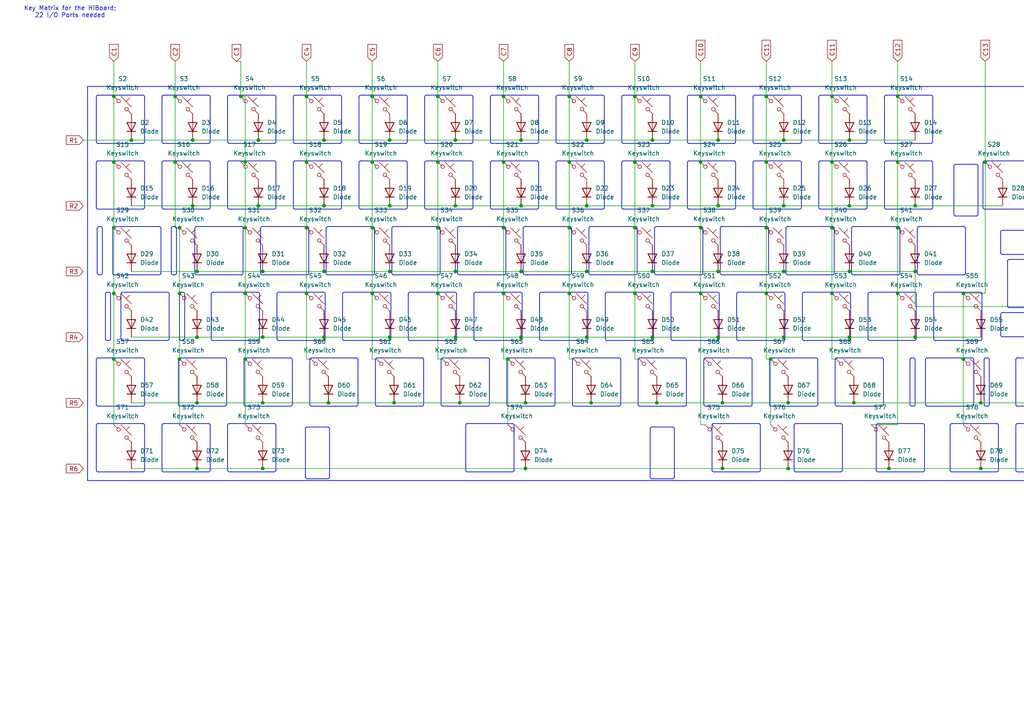
<source format=kicad_sch>
(kicad_sch (version 20231120) (generator "eeschema") (generator_version "8.0")
  (paper "A4")
  (lib_symbols
    (symbol "ScottoKeebs:Placeholder_Diode" (pin_numbers hide) (pin_names hide)
      (property "Reference" "D" (at 0 2.54 0))
      (property "Value" "Diode" (at 0 -2.54 0))
      (symbol "Placeholder_Diode_1_1"
        (pin passive line (at -3.81 0 0) (length 2.54) (name "K") (number "1"))
        (pin passive line (at 3.81 0 180) (length 2.54) (name "A") (number "2"))
      )
    )
    (symbol "ScottoKeebs:Placeholder_Keyswitch" (pin_numbers hide) (pin_names (offset 1.016) hide)
      (property "Reference" "S" (at 3.048 1.016 0))
      (property "Value" "Keyswitch" (at 0 -3.81 0))
      (symbol "Placeholder_Keyswitch_0_1"
        (pin passive line (at -2.54 2.54 0) (length 0) (name "1") (number "1"))
        (pin passive line (at 2.54 -2.54 180) (length 0) (name "2") (number "2"))
      )
    )
  )
  (junction (at 284.48 135.89))
  (junction (at 33.02 104.14))
  (junction (at 52.07 85.09))
  (junction (at 132.08 40.64))
  (junction (at 132.08 78.74))
  (junction (at 260.35 46.99))
  (junction (at 71.12 85.09))
  (junction (at 184.15 66.04))
  (junction (at 228.6 135.89))
  (junction (at 208.28 40.64))
  (junction (at 227.33 59.69))
  (junction (at 246.38 78.74))
  (junction (at 227.33 78.74))
  (junction (at 127 85.09))
  (junction (at 127 46.99))
  (junction (at 52.07 104.14))
  (junction (at 52.07 66.04))
  (junction (at 208.28 59.69))
  (junction (at 203.2 85.09))
  (junction (at 113.03 78.74))
  (junction (at 222.25 27.94))
  (junction (at 57.15 78.74))
  (junction (at 203.2 46.99))
  (junction (at 57.15 116.84))
  (junction (at 33.02 85.09))
  (junction (at 146.05 27.94))
  (junction (at 55.88 40.64))
  (junction (at 299.72 104.14))
  (junction (at 247.65 116.84))
  (junction (at 165.1 46.99))
  (junction (at 299.72 76.2))
  (junction (at 257.81 135.89))
  (junction (at 222.25 46.99))
  (junction (at 114.3 116.84))
  (junction (at 279.4 104.14))
  (junction (at 260.35 66.04))
  (junction (at 74.93 40.64))
  (junction (at 165.1 66.04))
  (junction (at 284.48 116.84))
  (junction (at 88.9 85.09))
  (junction (at 304.8 135.89))
  (junction (at 146.05 85.09))
  (junction (at 93.98 78.74))
  (junction (at 209.55 135.89))
  (junction (at 189.23 97.79))
  (junction (at 208.28 78.74))
  (junction (at 246.38 59.69))
  (junction (at 241.3 66.04))
  (junction (at 170.18 97.79))
  (junction (at 88.9 46.99))
  (junction (at 57.15 97.79))
  (junction (at 152.4 135.89))
  (junction (at 222.25 66.04))
  (junction (at 209.55 116.84))
  (junction (at 95.25 116.84))
  (junction (at 76.2 135.89))
  (junction (at 113.03 97.79))
  (junction (at 227.33 40.64))
  (junction (at 127 66.04))
  (junction (at 151.13 97.79))
  (junction (at 190.5 116.84))
  (junction (at 265.43 97.79))
  (junction (at 133.35 116.84))
  (junction (at 222.25 85.09))
  (junction (at 265.43 78.74))
  (junction (at 76.2 97.79))
  (junction (at 71.12 46.99))
  (junction (at 57.15 135.89))
  (junction (at 170.18 40.64))
  (junction (at 260.35 85.09))
  (junction (at 33.02 66.04))
  (junction (at 189.23 59.69))
  (junction (at 50.8 27.94))
  (junction (at 132.08 97.79))
  (junction (at 241.3 27.94))
  (junction (at 33.02 46.99))
  (junction (at 203.2 66.04))
  (junction (at 132.08 59.69))
  (junction (at 170.18 78.74))
  (junction (at 127 27.94))
  (junction (at 152.4 116.84))
  (junction (at 203.2 27.94))
  (junction (at 69.85 27.94))
  (junction (at 147.32 104.14))
  (junction (at 38.1 40.64))
  (junction (at 71.12 104.14))
  (junction (at 33.02 27.94))
  (junction (at 151.13 78.74))
  (junction (at 93.98 40.64))
  (junction (at 107.95 46.99))
  (junction (at 113.03 59.69))
  (junction (at 107.95 27.94))
  (junction (at 184.15 27.94))
  (junction (at 171.45 116.84))
  (junction (at 241.3 46.99))
  (junction (at 55.88 59.69))
  (junction (at 246.38 97.79))
  (junction (at 76.2 78.74))
  (junction (at 260.35 27.94))
  (junction (at 285.75 46.99))
  (junction (at 228.6 116.84))
  (junction (at 184.15 85.09))
  (junction (at 170.18 59.69))
  (junction (at 74.93 59.69))
  (junction (at 279.4 85.09))
  (junction (at 50.8 46.99))
  (junction (at 76.2 116.84))
  (junction (at 146.05 46.99))
  (junction (at 184.15 46.99))
  (junction (at 165.1 85.09))
  (junction (at 88.9 27.94))
  (junction (at 223.52 104.14))
  (junction (at 93.98 59.69))
  (junction (at 113.03 40.64))
  (junction (at 165.1 27.94))
  (junction (at 189.23 78.74))
  (junction (at 88.9 66.04))
  (junction (at 241.3 85.09))
  (junction (at 208.28 97.79))
  (junction (at 246.38 40.64))
  (junction (at 71.12 66.04))
  (junction (at 151.13 59.69))
  (junction (at 189.23 40.64))
  (junction (at 93.98 97.79))
  (junction (at 107.95 66.04))
  (junction (at 146.05 66.04))
  (junction (at 107.95 85.09))
  (junction (at 151.13 40.64))
  (junction (at 265.43 59.69))
  (junction (at 227.33 97.79))
  (polyline (pts (xy 313.675 123.3575) (xy 313.675 136.3575)) (stroke (width 0.2)))
  (polyline (pts (xy 99.8625 98.7575) (xy 112.8625 98.7575)) (stroke (width 0.2)))
  (wire (pts (xy 299.72 17.78) (xy 299.72 76.2)))
  (polyline (pts (xy 314.175 122.8575) (xy 327.175 122.8575)) (stroke (width 0.2)))
  (wire (pts (xy 284.48 135.89) (xy 304.8 135.89)))
  (wire (pts (xy 184.15 85.09) (xy 184.15 104.14)))
  (wire (pts (xy 260.35 27.94) (xy 260.35 46.99)))
  (polyline (pts (xy 108.8875 104.3075) (xy 108.8875 117.3075)) (stroke (width 0.2)))
  (wire (pts (xy 284.48 116.84) (xy 304.8 116.84)))
  (polyline (pts (xy 282.4313 104.3075) (xy 282.4313 117.3075)) (stroke (width 0.2)))
  (polyline (pts (xy 99.075 28.1075) (xy 99.075 41.1075)) (stroke (width 0.2)))
  (polyline (pts (xy 161.775 60.6575) (xy 174.775 60.6575)) (stroke (width 0.2)))
  (polyline (pts (xy 104.625 41.6075) (xy 117.625 41.6075)) (stroke (width 0.2)))
  (wire (pts (xy 151.13 97.79) (xy 170.18 97.79)))
  (wire (pts (xy 247.65 116.84) (xy 284.48 116.84)))
  (wire (pts (xy 208.28 97.79) (xy 227.33 97.79)))
  (wire (pts (xy 227.33 97.79) (xy 246.38 97.79)))
  (polyline (pts (xy 94.6 66.2075) (xy 94.6 79.2075)) (stroke (width 0.2)))
  (polyline (pts (xy 28.425 46.6575) (xy 41.425 46.6575)) (stroke (width 0.2)))
  (polyline (pts (xy 104.125 28.1075) (xy 104.125 41.1075)) (stroke (width 0.2)))
  (wire (pts (xy 165.1 104.14) (xy 166.37 104.14)))
  (wire (pts (xy 50.8 17.78) (xy 50.8 27.94)))
  (polyline (pts (xy 76.05 79.7075) (xy 89.05 79.7075)) (stroke (width 0.2)))
  (wire (pts (xy 189.23 40.64) (xy 208.28 40.64)))
  (polyline (pts (xy 247 66.2075) (xy 247 79.2075)) (stroke (width 0.2)))
  (wire (pts (xy 152.4 116.84) (xy 171.45 116.84)))
  (polyline (pts (xy 264.4313 117.8075) (xy 264.9313 117.8075)) (stroke (width 0.2)))
  (polyline (pts (xy 270.525 47.1575) (xy 270.525 60.1575)) (stroke (width 0.2)))
  (wire (pts (xy 68.58 17.78) (xy 69.85 17.78)))
  (polyline (pts (xy 261 66.2075) (xy 261 79.2075)) (stroke (width 0.2)))
  (wire (pts (xy 88.9 85.09) (xy 88.9 104.14)))
  (polyline (pts (xy 33.1875 65.7075) (xy 46.1875 65.7075)) (stroke (width 0.2)))
  (polyline (pts (xy 220.5188 123.3575) (xy 220.5188 136.3575)) (stroke (width 0.2)))
  (polyline (pts (xy 118.9125 98.7575) (xy 131.9125 98.7575)) (stroke (width 0.2)))
  (polyline (pts (xy 25.4 139.3825) (xy 330.2 139.3825)) (stroke (width 0.2)))
  (wire (pts (xy 71.12 27.94) (xy 69.85 27.94)))
  (polyline (pts (xy 199.875 27.6075) (xy 212.875 27.6075)) (stroke (width 0.2)))
  (polyline (pts (xy 135.0813 123.3575) (xy 135.0813 136.3575)) (stroke (width 0.2)))
  (polyline (pts (xy 271.3125 98.7575) (xy 284.3125 98.7575)) (stroke (width 0.2)))
  (polyline (pts (xy 33.1875 79.7075) (xy 46.1875 79.7075)) (stroke (width 0.2)))
  (wire (pts (xy 165.1 85.09) (xy 165.1 104.14)))
  (polyline (pts (xy 237.475 47.1575) (xy 237.475 60.1575)) (stroke (width 0.2)))
  (polyline (pts (xy 53.5688 85.2575) (xy 53.5688 98.2575)) (stroke (width 0.2)))
  (wire (pts (xy 304.8 88.9) (xy 265.43 88.9)))
  (wire (pts (xy 227.33 59.69) (xy 246.38 59.69)))
  (wire (pts (xy 165.1 17.78) (xy 165.1 27.94)))
  (polyline (pts (xy 185.5875 103.8075) (xy 198.5875 103.8075)) (stroke (width 0.2)))
  (wire (pts (xy 132.08 59.69) (xy 151.13 59.69)))
  (polyline (pts (xy 30.5688 85.2575) (xy 30.5688 98.2575)) (stroke (width 0.2)))
  (polyline (pts (xy 294.625 104.3075) (xy 294.625 117.3075)) (stroke (width 0.2)))
  (polyline (pts (xy 61.2625 85.2575) (xy 61.2625 98.2575)) (stroke (width 0.2)))
  (polyline (pts (xy 254.6438 122.8575) (xy 267.6438 122.8575)) (stroke (width 0.2)))
  (polyline (pts (xy 123.675 41.6075) (xy 136.675 41.6075)) (stroke (width 0.2)))
  (wire (pts (xy 76.2 116.84) (xy 95.25 116.84)))
  (polyline (pts (xy 166.5375 117.8075) (xy 179.5375 117.8075)) (stroke (width 0.2)))
  (wire (pts (xy 132.08 97.79) (xy 151.13 97.79)))
  (polyline (pts (xy 204.1375 104.3075) (xy 204.1375 117.3075)) (stroke (width 0.2)))
  (polyline (pts (xy 199.875 60.6575) (xy 212.875 60.6575)) (stroke (width 0.2)))
  (polyline (pts (xy 237.475 28.1075) (xy 237.475 41.1075)) (stroke (width 0.2)))
  (wire (pts (xy 184.15 27.94) (xy 184.15 46.99)))
  (polyline (pts (xy 218.925 27.6075) (xy 231.925 27.6075)) (stroke (width 0.2)))
  (polyline (pts (xy 285.9313 103.8075) (xy 286.4313 103.8075)) (stroke (width 0.2)))
  (polyline (pts (xy 75.55 66.2075) (xy 75.55 79.2075)) (stroke (width 0.2)))
  (wire (pts (xy 50.8 66.04) (xy 52.07 66.04)))
  (polyline (pts (xy 146.9875 104.3075) (xy 146.9875 117.3075)) (stroke (width 0.2)))
  (polyline (pts (xy 104.625 46.6575) (xy 117.625 46.6575)) (stroke (width 0.2)))
  (polyline (pts (xy 156.225 28.1075) (xy 156.225 41.1075)) (stroke (width 0.2)))
  (wire (pts (xy 203.2 17.78) (xy 203.2 27.94)))
  (polyline (pts (xy 194.6125 85.2575) (xy 194.6125 98.2575)) (stroke (width 0.2)))
  (polyline (pts (xy 76.05 65.7075) (xy 89.05 65.7075)) (stroke (width 0.2)))
  (polyline (pts (xy 292.2438 75.7325) (xy 292.2438 88.7325)) (stroke (width 0.2)))
  (polyline (pts (xy 75.2625 85.2575) (xy 75.2625 98.2575)) (stroke (width 0.2)))
  (polyline (pts (xy 35.5688 98.7575) (xy 48.5688 98.7575)) (stroke (width 0.2)))
  (polyline (pts (xy 123.675 60.6575) (xy 136.675 60.6575)) (stroke (width 0.2)))
  (polyline (pts (xy 113.65 66.2075) (xy 113.65 79.2075)) (stroke (width 0.2)))
  (wire (pts (xy 171.45 116.84) (xy 190.5 116.84)))
  (polyline (pts (xy 295.125 122.8575) (xy 308.125 122.8575)) (stroke (width 0.2)))
  (polyline (pts (xy 147.4875 103.8075) (xy 160.4875 103.8075)) (stroke (width 0.2)))
  (polyline (pts (xy 180.0375 104.3075) (xy 180.0375 117.3075)) (stroke (width 0.2)))
  (polyline (pts (xy 251.475 28.1075) (xy 251.475 41.1075)) (stroke (width 0.2)))
  (polyline (pts (xy 113.3625 85.2575) (xy 113.3625 98.2575)) (stroke (width 0.2)))
  (polyline (pts (xy 213.375 28.1075) (xy 213.375 41.1075)) (stroke (width 0.2)))
  (polyline (pts (xy 28.6875 65.7075) (xy 29.1875 65.7075)) (stroke (width 0.2)))
  (polyline (pts (xy 284.8125 85.2575) (xy 284.8125 98.2575)) (stroke (width 0.2)))
  (wire (pts (xy 265.43 59.69) (xy 290.83 59.69)))
  (wire (pts (xy 95.25 116.84) (xy 114.3 116.84)))
  (polyline (pts (xy 28.425 136.8575) (xy 41.425 136.8575)) (stroke (width 0.2)))
  (polyline (pts (xy 25.4 139.3825) (xy 25.4 25.0825)) (stroke (width 0.2)))
  (polyline (pts (xy 57 65.7075) (xy 70 65.7075)) (stroke (width 0.2)))
  (polyline (pts (xy 142.725 27.6075) (xy 155.725 27.6075)) (stroke (width 0.2)))
  (wire (pts (xy 285.75 85.09) (xy 279.4 85.09)))
  (wire (pts (xy 151.13 40.64) (xy 170.18 40.64)))
  (wire (pts (xy 50.8 46.99) (xy 50.8 66.04)))
  (polyline (pts (xy 161.275 47.1575) (xy 161.275 60.1575)) (stroke (width 0.2)))
  (polyline (pts (xy 304.7438 97.6705) (xy 290.7438 97.6705)) (stroke (width 0.2)))
  (polyline (pts (xy 266.55 65.7075) (xy 279.55 65.7075)) (stroke (width 0.2)))
  (polyline (pts (xy 46.975 123.3575) (xy 46.975 136.3575)) (stroke (width 0.2)))
  (wire (pts (xy 227.33 78.74) (xy 246.38 78.74)))
  (wire (pts (xy 38.1 78.74) (xy 57.15 78.74)))
  (wire (pts (xy 33.02 46.99) (xy 33.02 66.04)))
  (polyline (pts (xy 35.5688 84.7575) (xy 48.5688 84.7575)) (stroke (width 0.2)))
  (wire (pts (xy 317.5 123.19) (xy 317.5 17.78)))
  (polyline (pts (xy 28.425 103.8075) (xy 41.425 103.8075)) (stroke (width 0.2)))
  (polyline (pts (xy 246.7125 85.2575) (xy 246.7125 98.2575)) (stroke (width 0.2)))
  (polyline (pts (xy 257.025 60.6575) (xy 270.025 60.6575)) (stroke (width 0.2)))
  (polyline (pts (xy 251.7625 85.2575) (xy 251.7625 98.2575)) (stroke (width 0.2)))
  (wire (pts (xy 279.4 85.09) (xy 279.4 104.14)))
  (wire (pts (xy 222.25 17.78) (xy 222.25 27.94)))
  (wire (pts (xy 38.1 59.69) (xy 55.88 59.69)))
  (wire (pts (xy 222.25 85.09) (xy 222.25 104.14)))
  (wire (pts (xy 146.05 27.94) (xy 146.05 46.99)))
  (polyline (pts (xy 123.175 47.1575) (xy 123.175 60.1575)) (stroke (width 0.2)))
  (wire (pts (xy 133.35 116.84) (xy 152.4 116.84)))
  (wire (pts (xy 147.32 123.19) (xy 147.32 104.14)))
  (wire (pts (xy 50.8 27.94) (xy 50.8 46.99)))
  (polyline (pts (xy 108.6 66.2075) (xy 108.6 79.2075)) (stroke (width 0.2)))
  (polyline (pts (xy 264.4313 103.8075) (xy 264.9313 103.8075)) (stroke (width 0.2)))
  (polyline (pts (xy 60.975 28.1075) (xy 60.975 41.1075)) (stroke (width 0.2)))
  (polyline (pts (xy 66.525 136.8575) (xy 79.525 136.8575)) (stroke (width 0.2)))
  (polyline (pts (xy 265.7625 85.2575) (xy 265.7625 98.2575)) (stroke (width 0.2)))
  (polyline (pts (xy 89.0813 138.8575) (xy 95.0813 138.8575)) (stroke (width 0.2)))
  (wire (pts (xy 127 66.04) (xy 127 85.09)))
  (polyline (pts (xy 189.85 66.2075) (xy 189.85 79.2075)) (stroke (width 0.2)))
  (polyline (pts (xy 122.8875 104.3075) (xy 122.8875 117.3075)) (stroke (width 0.2)))
  (wire (pts (xy 113.03 97.79) (xy 132.08 97.79)))
  (wire (pts (xy 170.18 59.69) (xy 189.23 59.69)))
  (polyline (pts (xy 230.8313 122.8575) (xy 243.8313 122.8575)) (stroke (width 0.2)))
  (wire (pts (xy 74.93 40.64) (xy 93.98 40.64)))
  (polyline (pts (xy 285.1 47.1575) (xy 285.1 60.1575)) (stroke (width 0.2)))
  (polyline (pts (xy 71.2875 103.8075) (xy 84.2875 103.8075)) (stroke (width 0.2)))
  (wire (pts (xy 71.12 123.19) (xy 71.12 104.14)))
  (wire (pts (xy 33.02 66.04) (xy 33.02 85.09)))
  (polyline (pts (xy 242.7375 103.8075) (xy 255.7375 103.8075)) (stroke (width 0.2)))
  (polyline (pts (xy 47.475 46.6575) (xy 60.475 46.6575)) (stroke (width 0.2)))
  (polyline (pts (xy 268.1438 123.3575) (xy 268.1438 136.3575)) (stroke (width 0.2)))
  (polyline (pts (xy 80.025 28.1075) (xy 80.025 41.1075)) (stroke (width 0.2)))
  (wire (pts (xy 222.25 46.99) (xy 222.25 66.04)))
  (wire (pts (xy 88.9 17.78) (xy 88.9 27.94)))
  (polyline (pts (xy 232.425 47.1575) (xy 232.425 60.1575)) (stroke (width 0.2)))
  (wire (pts (xy 203.2 123.19) (xy 204.47 123.19)))
  (wire (pts (xy 76.2 97.79) (xy 93.98 97.79)))
  (polyline (pts (xy 85.075 28.1075) (xy 85.075 41.1075)) (stroke (width 0.2)))
  (wire (pts (xy 57.15 97.79) (xy 76.2 97.79)))
  (wire (pts (xy 241.3 104.14) (xy 242.57 104.14)))
  (wire (pts (xy 33.02 17.78) (xy 33.02 27.94)))
  (polyline (pts (xy 223.6875 103.8075) (xy 236.6875 103.8075)) (stroke (width 0.2)))
  (polyline (pts (xy 28.425 122.8575) (xy 41.425 122.8575)) (stroke (width 0.2)))
  (polyline (pts (xy 28.425 117.8075) (xy 41.425 117.8075)) (stroke (width 0.2)))
  (polyline (pts (xy 254.1438 123.3575) (xy 254.1438 136.3575)) (stroke (width 0.2)))
  (polyline (pts (xy 66.025 123.3575) (xy 66.025 136.3575)) (stroke (width 0.2)))
  (wire (pts (xy 260.35 46.99) (xy 260.35 66.04)))
  (polyline (pts (xy 314.175 136.8575) (xy 327.175 136.8575)) (stroke (width 0.2)))
  (polyline (pts (xy 199.875 41.6075) (xy 212.875 41.6075)) (stroke (width 0.2)))
  (polyline (pts (xy 266.05 66.2075) (xy 266.05 79.2075)) (stroke (width 0.2)))
  (polyline (pts (xy 285.6 60.6575) (xy 298.6 60.6575)) (stroke (width 0.2)))
  (polyline (pts (xy 28.425 41.6075) (xy 41.425 41.6075)) (stroke (width 0.2)))
  (polyline (pts (xy 175.275 47.1575) (xy 175.275 60.1575)) (stroke (width 0.2)))
  (polyline (pts (xy 161.775 46.6575) (xy 174.775 46.6575)) (stroke (width 0.2)))
  (polyline (pts (xy 199.375 28.1075) (xy 199.375 41.1075)) (stroke (width 0.2)))
  (polyline (pts (xy 109.3875 103.8075) (xy 122.3875 103.8075)) (stroke (width 0.2)))
  (polyline (pts (xy 301.038 62.6575) (xy 307.038 62.6575)) (stroke (width 0.2)))
  (polyline (pts (xy 95.5813 124.3575) (xy 95.5813 138.3575)) (stroke (width 0.2)))
  (wire (pts (xy 71.12 46.99) (xy 71.12 27.94)))
  (polyline (pts (xy 251.475 47.1575) (xy 251.475 60.1575)) (stroke (width 0.2)))
  (wire (pts (xy 76.2 135.89) (xy 152.4 135.89)))
  (wire (pts (xy 285.75 46.99) (xy 285.75 85.09)))
  (polyline (pts (xy 171.3 65.7075) (xy 184.3 65.7075)) (stroke (width 0.2)))
  (polyline (pts (xy 137.4625 85.2575) (xy 137.4625 98.2575)) (stroke (width 0.2)))
  (polyline (pts (xy 218.925 60.6575) (xy 231.925 60.6575)) (stroke (width 0.2)))
  (polyline (pts (xy 70.5 66.2075) (xy 70.5 79.2075)) (stroke (width 0.2)))
  (polyline (pts (xy 214.1625 84.7575) (xy 227.1625 84.7575)) (stroke (width 0.2)))
  (polyline (pts (xy 47.475 60.6575) (xy 60.475 60.6575)) (stroke (width 0.2)))
  (polyline (pts (xy 285.9313 117.8075) (xy 286.4313 117.8075)) (stroke (width 0.2)))
  (polyline (pts (xy 114.15 65.7075) (xy 127.15 65.7075)) (stroke (width 0.2)))
  (polyline (pts (xy 289.575 123.3575) (xy 289.575 136.3575)) (stroke (width 0.2)))
  (polyline (pts (xy 237.975 41.6075) (xy 250.975 41.6075)) (stroke (width 0.2)))
  (wire (pts (xy 241.3 17.78) (xy 241.3 27.94)))
  (wire (pts (xy 52.07 66.04) (xy 52.07 85.09)))
  (polyline (pts (xy 88.5813 124.3575) (xy 88.5813 138.3575)) (stroke (width 0.2)))
  (polyline (pts (xy 171.3 79.7075) (xy 184.3 79.7075)) (stroke (width 0.2)))
  (polyline (pts (xy 25.4 25.0825) (xy 330.2 25.0825)) (stroke (width 0.2)))
  (polyline (pts (xy 218.1375 104.3075) (xy 218.1375 117.3075)) (stroke (width 0.2)))
  (polyline (pts (xy 80.8125 98.7575) (xy 93.8125 98.7575)) (stroke (width 0.2)))
  (wire (pts (xy 38.1 97.79) (xy 57.15 97.79)))
  (polyline (pts (xy 257.025 27.6075) (xy 270.025 27.6075)) (stroke (width 0.2)))
  (wire (pts (xy 71.12 104.14) (xy 71.12 85.09)))
  (polyline (pts (xy 256.525 28.1075) (xy 256.525 41.1075)) (stroke (width 0.2)))
  (polyline (pts (xy 160.9875 104.3075) (xy 160.9875 117.3075)) (stroke (width 0.2)))
  (wire (pts (xy 184.15 104.14) (xy 185.42 104.14)))
  (polyline (pts (xy 118.125 47.1575) (xy 118.125 60.1575)) (stroke (width 0.2)))
  (polyline (pts (xy 47.475 41.6075) (xy 60.475 41.6075)) (stroke (width 0.2)))
  (polyline (pts (xy 223.1875 104.3075) (xy 223.1875 117.3075)) (stroke (width 0.2)))
  (polyline (pts (xy 189.0813 123.8575) (xy 195.0813 123.8575)) (stroke (width 0.2)))
  (polyline (pts (xy 213.6625 85.2575) (xy 213.6625 98.2575)) (stroke (width 0.2)))
  (polyline (pts (xy 118.4125 85.2575) (xy 118.4125 98.2575)) (stroke (width 0.2)))
  (polyline (pts (xy 276.662 48.1575) (xy 276.662 62.1575)) (stroke (width 0.2)))
  (polyline (pts (xy 80.025 47.1575) (xy 80.025 60.1575)) (stroke (width 0.2)))
  (polyline (pts (xy 166.5375 103.8075) (xy 179.5375 103.8075)) (stroke (width 0.2)))
  (wire (pts (xy 304.8 135.89) (xy 322.58 135.89)))
  (polyline (pts (xy 65.7375 104.3075) (xy 65.7375 117.3075)) (stroke (width 0.2)))
  (polyline (pts (xy 66.525 60.6575) (xy 79.525 60.6575)) (stroke (width 0.2)))
  (polyline (pts (xy 223.6875 117.8075) (xy 236.6875 117.8075)) (stroke (width 0.2)))
  (polyline (pts (xy 252.2625 98.7575) (xy 265.2625 98.7575)) (stroke (width 0.2)))
  (polyline (pts (xy 52.2375 103.8075) (xy 65.2375 103.8075)) (stroke (width 0.2)))
  (polyline (pts (xy 233.2125 84.7575) (xy 246.2125 84.7575)) (stroke (width 0.2)))
  (wire (pts (xy 165.1 27.94) (xy 165.1 46.99)))
  (polyline (pts (xy 190.35 79.7075) (xy 203.35 79.7075)) (stroke (width 0.2)))
  (polyline (pts (xy 104.625 60.6575) (xy 117.625 60.6575)) (stroke (width 0.2)))
  (polyline (pts (xy 285.6 46.6575) (xy 298.6 46.6575)) (stroke (width 0.2)))
  (polyline (pts (xy 133.2 79.7075) (xy 146.2 79.7075)) (stroke (width 0.2)))
  (polyline (pts (xy 307.538 48.1575) (xy 307.538 62.1575)) (stroke (width 0.2)))
  (wire (pts (xy 69.85 46.99) (xy 71.12 46.99)))
  (wire (pts (xy 114.3 116.84) (xy 133.35 116.84)))
  (polyline (pts (xy 66.025 28.1075) (xy 66.025 41.1075)) (stroke (width 0.2)))
  (wire (pts (xy 265.43 88.9) (xy 265.43 78.74)))
  (polyline (pts (xy 305.7438 89.2325) (xy 292.7438 89.2325)) (stroke (width 0.2)))
  (polyline (pts (xy 46.975 28.1075) (xy 46.975 41.1075)) (stroke (width 0.2)))
  (polyline (pts (xy 266.55 79.7075) (xy 279.55 79.7075)) (stroke (width 0.2)))
  (polyline (pts (xy 180.825 46.6575) (xy 193.825 46.6575)) (stroke (width 0.2)))
  (wire (pts (xy 184.15 46.99) (xy 184.15 66.04)))
  (polyline (pts (xy 218.425 47.1575) (xy 218.425 60.1575)) (stroke (width 0.2)))
  (polyline (pts (xy 28.425 27.6075) (xy 41.425 27.6075)) (stroke (width 0.2)))
  (polyline (pts (xy 80.025 123.3575) (xy 80.025 136.3575)) (stroke (width 0.2)))
  (wire (pts (xy 24.13 40.64) (xy 38.1 40.64)))
  (polyline (pts (xy 265.4313 104.3075) (xy 265.4313 117.3075)) (stroke (width 0.2)))
  (polyline (pts (xy 157.0125 98.7575) (xy 170.0125 98.7575)) (stroke (width 0.2)))
  (polyline (pts (xy 66.525 122.8575) (xy 79.525 122.8575)) (stroke (width 0.2)))
  (polyline (pts (xy 256.525 47.1575) (xy 256.525 60.1575)) (stroke (width 0.2)))
  (polyline (pts (xy 52.5688 84.7575) (xy 53.0688 84.7575)) (stroke (width 0.2)))
  (polyline (pts (xy 41.925 104.3075) (xy 41.925 117.3075)) (stroke (width 0.2)))
  (polyline (pts (xy 247.5 65.7075) (xy 260.5 65.7075)) (stroke (width 0.2)))
  (polyline (pts (xy 128.4375 117.8075) (xy 141.4375 117.8075)) (stroke (width 0.2)))
  (polyline (pts (xy 85.575 27.6075) (xy 98.575 27.6075)) (stroke (width 0.2)))
  (polyline (pts (xy 244.3313 123.3575) (xy 244.3313 136.3575)) (stroke (width 0.2)))
  (wire (pts (xy 107.95 66.04) (xy 107.95 85.09)))
  (polyline (pts (xy 80.3125 85.2575) (xy 80.3125 98.2575)) (stroke (width 0.2)))
  (wire (pts (xy 93.98 78.74) (xy 113.03 78.74)))
  (wire (pts (xy 222.25 104.14) (xy 223.52 104.14)))
  (polyline (pts (xy 189.5625 85.2575) (xy 189.5625 98.2575)) (stroke (width 0.2)))
  (polyline (pts (xy 47.475 136.8575) (xy 60.475 136.8575)) (stroke (width 0.2)))
  (wire (pts (xy 285.75 17.78) (xy 285.75 46.99)))
  (polyline (pts (xy 271.3125 84.7575) (xy 284.3125 84.7575)) (stroke (width 0.2)))
  (polyline (pts (xy 66.525 27.6075) (xy 79.525 27.6075)) (stroke (width 0.2)))
  (polyline (pts (xy 142.225 47.1575) (xy 142.225 60.1575)) (stroke (width 0.2)))
  (polyline (pts (xy 180.825 27.6075) (xy 193.825 27.6075)) (stroke (width 0.2)))
  (wire (pts (xy 33.02 85.09) (xy 33.02 104.14)))
  (polyline (pts (xy 308.625 104.3075) (xy 308.625 117.3075)) (stroke (width 0.2)))
  (wire (pts (xy 107.95 46.99) (xy 107.95 66.04)))
  (polyline (pts (xy 242.2375 104.3075) (xy 242.2375 117.3075)) (stroke (width 0.2)))
  (polyline (pts (xy 194.325 47.1575) (xy 194.325 60.1575)) (stroke (width 0.2)))
  (polyline (pts (xy 152.25 65.7075) (xy 165.25 65.7075)) (stroke (width 0.2)))
  (polyline (pts (xy 57 79.7075) (xy 70 79.7075)) (stroke (width 0.2)))
  (polyline (pts (xy 241.95 66.2075) (xy 241.95 79.2075)) (stroke (width 0.2)))
  (polyline (pts (xy 230.3313 123.3575) (xy 230.3313 136.3575)) (stroke (width 0.2)))
  (wire (pts (xy 107.95 17.78) (xy 107.95 27.94)))
  (wire (pts (xy 71.12 66.04) (xy 71.12 46.99)))
  (polyline (pts (xy 204.6375 103.8075) (xy 217.6375 103.8075)) (stroke (width 0.2)))
  (polyline (pts (xy 232.7125 85.2575) (xy 232.7125 98.2575)) (stroke (width 0.2)))
  (wire (pts (xy 146.05 85.09) (xy 146.05 104.14)))
  (wire (pts (xy 299.72 104.14) (xy 299.72 123.19)))
  (polyline (pts (xy 50.1875 65.7075) (xy 50.6875 65.7075)) (stroke (width 0.2)))
  (polyline (pts (xy 51.1875 66.2075) (xy 51.1875 79.2075)) (stroke (width 0.2)))
  (polyline (pts (xy 142.725 46.6575) (xy 155.725 46.6575)) (stroke (width 0.2)))
  (polyline (pts (xy 213.375 47.1575) (xy 213.375 60.1575)) (stroke (width 0.2)))
  (polyline (pts (xy 170.8 66.2075) (xy 170.8 79.2075)) (stroke (width 0.2)))
  (polyline (pts (xy 276.075 122.8575) (xy 289.075 122.8575)) (stroke (width 0.2)))
  (polyline (pts (xy 283.662 48.1575) (xy 283.662 62.1575)) (stroke (width 0.2)))
  (polyline (pts (xy 46.6875 66.2075) (xy 46.6875 79.2075)) (stroke (width 0.2)))
  (polyline (pts (xy 180.825 60.6575) (xy 193.825 60.6575)) (stroke (width 0.2)))
  (polyline (pts (xy 330.2 139.3825) (xy 330.2 25.0825)) (stroke (width 0.2)))
  (polyline (pts (xy 195.5813 124.3575) (xy 195.5813 138.3575)) (stroke (width 0.2)))
  (polyline (pts (xy 118.125 28.1075) (xy 118.125 41.1075)) (stroke (width 0.2)))
  (polyline (pts (xy 52.0688 85.2575) (xy 52.0688 98.2575)) (stroke (width 0.2)))
  (wire (pts (xy 113.03 40.64) (xy 132.08 40.64)))
  (polyline (pts (xy 203.85 66.2075) (xy 203.85 79.2075)) (stroke (width 0.2)))
  (wire (pts (xy 38.1 116.84) (xy 57.15 116.84)))
  (polyline (pts (xy 268.9313 117.8075) (xy 281.9313 117.8075)) (stroke (width 0.2)))
  (polyline (pts (xy 295.125 117.8075) (xy 308.125 117.8075)) (stroke (width 0.2)))
  (wire (pts (xy 127 104.14) (xy 128.27 104.14)))
  (polyline (pts (xy 185.0875 104.3075) (xy 185.0875 117.3075)) (stroke (width 0.2)))
  (wire (pts (xy 189.23 59.69) (xy 208.28 59.69)))
  (polyline (pts (xy 95.1 65.7075) (xy 108.1 65.7075)) (stroke (width 0.2)))
  (polyline (pts (xy 60.975 123.3575) (xy 60.975 136.3575)) (stroke (width 0.2)))
  (polyline (pts (xy 206.5188 123.3575) (xy 206.5188 136.3575)) (stroke (width 0.2)))
  (polyline (pts (xy 166.0375 104.3075) (xy 166.0375 117.3075)) (stroke (width 0.2)))
  (polyline (pts (xy 268.4313 104.3075) (xy 268.4313 117.3075)) (stroke (width 0.2)))
  (wire (pts (xy 88.9 104.14) (xy 90.17 104.14)))
  (wire (pts (xy 189.23 78.74) (xy 208.28 78.74)))
  (wire (pts (xy 127 17.78) (xy 127 27.94)))
  (wire (pts (xy 252.73 123.19) (xy 260.35 123.19)))
  (wire (pts (xy 55.88 59.69) (xy 74.93 59.69)))
  (wire (pts (xy 88.9 66.04) (xy 88.9 85.09)))
  (polyline (pts (xy 104.125 47.1575) (xy 104.125 60.1575)) (stroke (width 0.2)))
  (polyline (pts (xy 175.275 28.1075) (xy 175.275 41.1075)) (stroke (width 0.2)))
  (polyline (pts (xy 254.6438 136.8575) (xy 267.6438 136.8575)) (stroke (width 0.2)))
  (polyline (pts (xy 270.8125 85.2575) (xy 270.8125 98.2575)) (stroke (width 0.2)))
  (wire (pts (xy 152.4 135.89) (xy 209.55 135.89)))
  (wire (pts (xy 228.6 135.89) (xy 257.81 135.89)))
  (polyline (pts (xy 286.9313 104.3075) (xy 286.9313 117.3075)) (stroke (width 0.2)))
  (wire (pts (xy 107.95 85.09) (xy 107.95 104.14)))
  (polyline (pts (xy 41.925 47.1575) (xy 41.925 60.1575)) (stroke (width 0.2)))
  (polyline (pts (xy 295.125 136.8575) (xy 308.125 136.8575)) (stroke (width 0.2)))
  (wire (pts (xy 208.28 78.74) (xy 227.33 78.74)))
  (wire (pts (xy 170.18 78.74) (xy 189.23 78.74)))
  (polyline (pts (xy 204.6375 117.8075) (xy 217.6375 117.8075)) (stroke (width 0.2)))
  (wire (pts (xy 203.2 46.99) (xy 203.2 66.04)))
  (polyline (pts (xy 66.025 47.1575) (xy 66.025 60.1575)) (stroke (width 0.2)))
  (polyline (pts (xy 299.1 47.1575) (xy 299.1 60.1575)) (stroke (width 0.2)))
  (polyline (pts (xy 227.95 66.2075) (xy 227.95 79.2075)) (stroke (width 0.2)))
  (wire (pts (xy 257.81 135.89) (xy 284.48 135.89)))
  (wire (pts (xy 76.2 78.74) (xy 93.98 78.74)))
  (wire (pts (xy 132.08 78.74) (xy 151.13 78.74)))
  (polyline (pts (xy 228.45 79.7075) (xy 241.45 79.7075)) (stroke (width 0.2)))
  (polyline (pts (xy 209.4 65.7075) (xy 222.4 65.7075)) (stroke (width 0.2)))
  (polyline (pts (xy 135.5813 122.8575) (xy 148.5813 122.8575)) (stroke (width 0.2)))
  (wire (pts (xy 170.18 97.79) (xy 189.23 97.79)))
  (polyline (pts (xy 70.7875 104.3075) (xy 70.7875 117.3075)) (stroke (width 0.2)))
  (wire (pts (xy 279.4 104.14) (xy 279.4 123.19)))
  (wire (pts (xy 151.13 78.74) (xy 170.18 78.74)))
  (polyline (pts (xy 275.575 123.3575) (xy 275.575 136.3575)) (stroke (width 0.2)))
  (polyline (pts (xy 95.1 79.7075) (xy 108.1 79.7075)) (stroke (width 0.2)))
  (polyline (pts (xy 146.7 66.2075) (xy 146.7 79.2075)) (stroke (width 0.2)))
  (polyline (pts (xy 228.45 65.7075) (xy 241.45 65.7075)) (stroke (width 0.2)))
  (polyline (pts (xy 151.75 66.2075) (xy 151.75 79.2075)) (stroke (width 0.2)))
  (wire (pts (xy 222.25 66.04) (xy 222.25 85.09)))
  (polyline (pts (xy 61.7625 84.7575) (xy 74.7625 84.7575)) (stroke (width 0.2)))
  (polyline (pts (xy 257.025 41.6075) (xy 270.025 41.6075)) (stroke (width 0.2)))
  (polyline (pts (xy 194.325 28.1075) (xy 194.325 41.1075)) (stroke (width 0.2)))
  (polyline (pts (xy 161.275 28.1075) (xy 161.275 41.1075)) (stroke (width 0.2)))
  (polyline (pts (xy 94.3125 85.2575) (xy 94.3125 98.2575)) (stroke (width 0.2)))
  (polyline (pts (xy 285.4313 104.3075) (xy 285.4313 117.3075)) (stroke (width 0.2)))
  (wire (pts (xy 260.35 123.19) (xy 260.35 85.09)))
  (polyline (pts (xy 133.2 65.7075) (xy 146.2 65.7075)) (stroke (width 0.2)))
  (polyline (pts (xy 56.5 66.2075) (xy 56.5 79.2075)) (stroke (width 0.2)))
  (polyline (pts (xy 218.925 46.6575) (xy 231.925 46.6575)) (stroke (width 0.2)))
  (wire (pts (xy 241.3 46.99) (xy 241.3 66.04)))
  (polyline (pts (xy 305.7438 75.2325) (xy 292.7438 75.2325)) (stroke (width 0.2)))
  (wire (pts (xy 246.38 59.69) (xy 265.43 59.69)))
  (wire (pts (xy 190.5 116.84) (xy 209.55 116.84)))
  (polyline (pts (xy 128.4375 103.8075) (xy 141.4375 103.8075)) (stroke (width 0.2)))
  (polyline (pts (xy 89.0813 123.8575) (xy 95.0813 123.8575)) (stroke (width 0.2)))
  (polyline (pts (xy 61.7625 98.7575) (xy 74.7625 98.7575)) (stroke (width 0.2)))
  (polyline (pts (xy 305.2438 91.1705) (xy 305.2438 97.1705)) (stroke (width 0.2)))
  (polyline (pts (xy 114.15 79.7075) (xy 127.15 79.7075)) (stroke (width 0.2)))
  (wire (pts (xy 203.2 27.94) (xy 203.2 46.99)))
  (polyline (pts (xy 32.6875 66.2075) (xy 32.6875 79.2075)) (stroke (width 0.2)))
  (wire (pts (xy 203.2 85.09) (xy 203.2 123.19)))
  (wire (pts (xy 88.9 27.94) (xy 88.9 46.99)))
  (polyline (pts (xy 135.5813 136.8575) (xy 148.5813 136.8575)) (stroke (width 0.2)))
  (polyline (pts (xy 118.9125 84.7575) (xy 131.9125 84.7575)) (stroke (width 0.2)))
  (polyline (pts (xy 305.2438 67.2945) (xy 305.2438 73.2945)) (stroke (width 0.2)))
  (wire (pts (xy 127 27.94) (xy 127 46.99)))
  (polyline (pts (xy 268.9313 103.8075) (xy 281.9313 103.8075)) (stroke (width 0.2)))
  (polyline (pts (xy 132.7 66.2075) (xy 132.7 79.2075)) (stroke (width 0.2)))
  (polyline (pts (xy 199.0875 104.3075) (xy 199.0875 117.3075)) (stroke (width 0.2)))
  (polyline (pts (xy 156.5125 85.2575) (xy 156.5125 98.2575)) (stroke (width 0.2)))
  (polyline (pts (xy 247.5 79.7075) (xy 260.5 79.7075)) (stroke (width 0.2)))
  (polyline (pts (xy 195.1125 98.7575) (xy 208.1125 98.7575)) (stroke (width 0.2)))
  (wire (pts (xy 132.08 40.64) (xy 151.13 40.64)))
  (polyline (pts (xy 209.4 79.7075) (xy 222.4 79.7075)) (stroke (width 0.2)))
  (polyline (pts (xy 109.3875 117.8075) (xy 122.3875 117.8075)) (stroke (width 0.2)))
  (polyline (pts (xy 27.925 47.1575) (xy 27.925 60.1575)) (stroke (width 0.2)))
  (wire (pts (xy 209.55 135.89) (xy 228.6 135.89)))
  (polyline (pts (xy 237.1875 104.3075) (xy 237.1875 117.3075)) (stroke (width 0.2)))
  (wire (pts (xy 93.98 59.69) (xy 113.03 59.69)))
  (polyline (pts (xy 280.05 66.2075) (xy 280.05 79.2075)) (stroke (width 0.2)))
  (polyline (pts (xy 257.025 46.6575) (xy 270.025 46.6575)) (stroke (width 0.2)))
  (polyline (pts (xy 207.0188 136.8575) (xy 220.0188 136.8575)) (stroke (width 0.2)))
  (polyline (pts (xy 85.575 60.6575) (xy 98.575 60.6575)) (stroke (width 0.2)))
  (polyline (pts (xy 301.038 47.6575) (xy 307.038 47.6575)) (stroke (width 0.2)))
  (polyline (pts (xy 263.9313 104.3075) (xy 263.9313 117.3075)) (stroke (width 0.2)))
  (wire (pts (xy 33.02 104.14) (xy 33.02 123.19)))
  (polyline (pts (xy 252.2625 84.7575) (xy 265.2625 84.7575)) (stroke (width 0.2)))
  (polyline (pts (xy 165.75 66.2075) (xy 165.75 79.2075)) (stroke (width 0.2)))
  (polyline (pts (xy 195.1125 84.7575) (xy 208.1125 84.7575)) (stroke (width 0.2)))
  (polyline (pts (xy 222.9 66.2075) (xy 222.9 79.2075)) (stroke (width 0.2)))
  (polyline (pts (xy 180.825 41.6075) (xy 193.825 41.6075)) (stroke (width 0.2)))
  (polyline (pts (xy 189.0813 138.8575) (xy 195.0813 138.8575)) (stroke (width 0.2)))
  (wire (pts (xy 55.88 40.64) (xy 74.93 40.64)))
  (polyline (pts (xy 304.7438 90.6705) (xy 290.7438 90.6705)) (stroke (width 0.2)))
  (wire (pts (xy 165.1 46.99) (xy 165.1 66.04)))
  (polyline (pts (xy 188.5813 124.3575) (xy 188.5813 138.3575)) (stroke (width 0.2)))
  (wire (pts (xy 151.13 59.69) (xy 170.18 59.69)))
  (wire (pts (xy 228.6 116.84) (xy 247.65 116.84)))
  (polyline (pts (xy 52.5688 98.7575) (xy 53.0688 98.7575)) (stroke (width 0.2)))
  (wire (pts (xy 203.2 66.04) (xy 203.2 85.09)))
  (polyline (pts (xy 41.925 123.3575) (xy 41.925 136.3575)) (stroke (width 0.2)))
  (polyline (pts (xy 31.0688 84.7575) (xy 31.5688 84.7575)) (stroke (width 0.2)))
  (polyline (pts (xy 80.8125 84.7575) (xy 93.8125 84.7575)) (stroke (width 0.2)))
  (wire (pts (xy 107.95 104.14) (xy 109.22 104.14)))
  (polyline (pts (xy 89.8375 104.3075) (xy 89.8375 117.3075)) (stroke (width 0.2)))
  (polyline (pts (xy 308.625 123.3575) (xy 308.625 136.3575)) (stroke (width 0.2)))
  (polyline (pts (xy 176.0625 98.7575) (xy 189.0625 98.7575)) (stroke (width 0.2)))
  (polyline (pts (xy 290.2438 91.1705) (xy 290.2438 97.1705)) (stroke (width 0.2)))
  (polyline (pts (xy 161.775 27.6075) (xy 174.775 27.6075)) (stroke (width 0.2)))
  (wire (pts (xy 189.23 97.79) (xy 208.28 97.79)))
  (polyline (pts (xy 47.475 27.6075) (xy 60.475 27.6075)) (stroke (width 0.2)))
  (wire (pts (xy 33.02 27.94) (xy 33.02 46.99)))
  (polyline (pts (xy 49.0688 85.2575) (xy 49.0688 98.2575)) (stroke (width 0.2)))
  (polyline (pts (xy 152.25 79.7075) (xy 165.25 79.7075)) (stroke (width 0.2)))
  (polyline (pts (xy 66.525 41.6075) (xy 79.525 41.6075)) (stroke (width 0.2)))
  (polyline (pts (xy 137.9625 84.7575) (xy 150.9625 84.7575)) (stroke (width 0.2)))
  (polyline (pts (xy 176.0625 84.7575) (xy 189.0625 84.7575)) (stroke (width 0.2)))
  (polyline (pts (xy 127.65 66.2075) (xy 127.65 79.2075)) (stroke (width 0.2)))
  (wire (pts (xy 223.52 123.19) (xy 223.52 104.14)))
  (polyline (pts (xy 306.2438 75.7325) (xy 306.2438 88.7325)) (stroke (width 0.2)))
  (polyline (pts (xy 137.9625 98.7575) (xy 150.9625 98.7575)) (stroke (width 0.2)))
  (polyline (pts (xy 156.225 47.1575) (xy 156.225 60.1575)) (stroke (width 0.2)))
  (wire (pts (xy 127 46.99) (xy 127 66.04)))
  (polyline (pts (xy 277.162 62.6575) (xy 283.162 62.6575)) (stroke (width 0.2)))
  (wire (pts (xy 57.15 116.84) (xy 76.2 116.84)))
  (polyline (pts (xy 35.0688 85.2575) (xy 35.0688 98.2575)) (stroke (width 0.2)))
  (polyline (pts (xy 27.925 104.3075) (xy 27.925 117.3075)) (stroke (width 0.2)))
  (polyline (pts (xy 41.925 28.1075) (xy 41.925 41.1075)) (stroke (width 0.2)))
  (polyline (pts (xy 32.0688 85.2575) (xy 32.0688 98.2575)) (stroke (width 0.2)))
  (wire (pts (xy 93.98 97.79) (xy 113.03 97.79)))
  (wire (pts (xy 209.55 116.84) (xy 228.6 116.84)))
  (polyline (pts (xy 142.725 41.6075) (xy 155.725 41.6075)) (stroke (width 0.2)))
  (polyline (pts (xy 29.6875 66.2075) (xy 29.6875 79.2075)) (stroke (width 0.2)))
  (polyline (pts (xy 304.7438 66.7945) (xy 290.7438 66.7945)) (stroke (width 0.2)))
  (polyline (pts (xy 132.4125 85.2575) (xy 132.4125 98.2575)) (stroke (width 0.2)))
  (wire (pts (xy 184.15 66.04) (xy 184.15 85.09)))
  (polyline (pts (xy 90.3375 103.8075) (xy 103.3375 103.8075)) (stroke (width 0.2)))
  (polyline (pts (xy 50.1875 79.7075) (xy 50.6875 79.7075)) (stroke (width 0.2)))
  (polyline (pts (xy 137.175 47.1575) (xy 137.175 60.1575)) (stroke (width 0.2)))
  (polyline (pts (xy 127.9375 104.3075) (xy 127.9375 117.3075)) (stroke (width 0.2)))
  (wire (pts (xy 93.98 40.64) (xy 113.03 40.64)))
  (wire (pts (xy 107.95 27.94) (xy 107.95 46.99)))
  (polyline (pts (xy 141.9375 104.3075) (xy 141.9375 117.3075)) (stroke (width 0.2)))
  (polyline (pts (xy 256.2375 104.3075) (xy 256.2375 117.3075)) (stroke (width 0.2)))
  (polyline (pts (xy 103.8375 104.3075) (xy 103.8375 117.3075)) (stroke (width 0.2)))
  (polyline (pts (xy 294.625 123.3575) (xy 294.625 136.3575)) (stroke (width 0.2)))
  (wire (pts (xy 265.43 97.79) (xy 284.48 97.79)))
  (polyline (pts (xy 242.7375 117.8075) (xy 255.7375 117.8075)) (stroke (width 0.2)))
  (polyline (pts (xy 149.0813 123.3575) (xy 149.0813 136.3575)) (stroke (width 0.2)))
  (polyline (pts (xy 300.538 48.1575) (xy 300.538 62.1575)) (stroke (width 0.2)))
  (polyline (pts (xy 208.6125 85.2575) (xy 208.6125 98.2575)) (stroke (width 0.2)))
  (wire (pts (xy 146.05 46.99) (xy 146.05 66.04)))
  (wire (pts (xy 74.93 59.69) (xy 93.98 59.69)))
  (polyline (pts (xy 28.425 60.6575) (xy 41.425 60.6575)) (stroke (width 0.2)))
  (wire (pts (xy 38.1 135.89) (xy 57.15 135.89)))
  (wire (pts (xy 52.07 85.09) (xy 52.07 104.14)))
  (polyline (pts (xy 46.975 47.1575) (xy 46.975 60.1575)) (stroke (width 0.2)))
  (polyline (pts (xy 151.4625 85.2575) (xy 151.4625 98.2575)) (stroke (width 0.2)))
  (polyline (pts (xy 161.775 41.6075) (xy 174.775 41.6075)) (stroke (width 0.2)))
  (wire (pts (xy 57.15 135.89) (xy 76.2 135.89)))
  (polyline (pts (xy 123.175 28.1075) (xy 123.175 41.1075)) (stroke (width 0.2)))
  (polyline (pts (xy 180.325 47.1575) (xy 180.325 60.1575)) (stroke (width 0.2)))
  (polyline (pts (xy 199.875 46.6575) (xy 212.875 46.6575)) (stroke (width 0.2)))
  (polyline (pts (xy 237.975 60.6575) (xy 250.975 60.6575)) (stroke (width 0.2)))
  (wire (pts (xy 260.35 17.78) (xy 260.35 27.94)))
  (polyline (pts (xy 123.675 27.6075) (xy 136.675 27.6075)) (stroke (width 0.2)))
  (wire (pts (xy 208.28 59.69) (xy 227.33 59.69)))
  (polyline (pts (xy 175.5625 85.2575) (xy 175.5625 98.2575)) (stroke (width 0.2)))
  (polyline (pts (xy 157.0125 84.7575) (xy 170.0125 84.7575)) (stroke (width 0.2)))
  (polyline (pts (xy 304.7438 73.7945) (xy 290.7438 73.7945)) (stroke (width 0.2)))
  (polyline (pts (xy 28.1875 66.2075) (xy 28.1875 79.2075)) (stroke (width 0.2)))
  (polyline (pts (xy 51.7375 104.3075) (xy 51.7375 117.3075)) (stroke (width 0.2)))
  (polyline (pts (xy 85.075 47.1575) (xy 85.075 60.1575)) (stroke (width 0.2)))
  (polyline (pts (xy 218.425 28.1075) (xy 218.425 41.1075)) (stroke (width 0.2)))
  (polyline (pts (xy 99.3625 85.2575) (xy 99.3625 98.2575)) (stroke (width 0.2)))
  (wire (pts (xy 241.3 27.94) (xy 241.3 46.99)))
  (polyline (pts (xy 47.475 122.8575) (xy 60.475 122.8575)) (stroke (width 0.2)))
  (polyline (pts (xy 147.4875 117.8075) (xy 160.4875 117.8075)) (stroke (width 0.2)))
  (wire (pts (xy 57.15 78.74) (xy 76.2 78.74)))
  (polyline (pts (xy 327.675 123.3575) (xy 327.675 136.3575)) (stroke (width 0.2)))
  (polyline (pts (xy 85.575 41.6075) (xy 98.575 41.6075)) (stroke (width 0.2)))
  (polyline (pts (xy 90.3375 117.8075) (xy 103.3375 117.8075)) (stroke (width 0.2)))
  (wire (pts (xy 71.12 85.09) (xy 71.12 66.04)))
  (wire (pts (xy 146.05 17.78) (xy 146.05 27.94)))
  (polyline (pts (xy 27.925 28.1075) (xy 27.925 41.1075)) (stroke (width 0.2)))
  (polyline (pts (xy 71.2875 117.8075) (xy 84.2875 117.8075)) (stroke (width 0.2)))
  (wire (pts (xy 299.72 76.2) (xy 299.72 104.14)))
  (wire (pts (xy 208.28 40.64) (xy 227.33 40.64)))
  (wire (pts (xy 260.35 66.04) (xy 260.35 85.09)))
  (polyline (pts (xy 49.6875 66.2075) (xy 49.6875 79.2075)) (stroke (width 0.2)))
  (polyline (pts (xy 214.1625 98.7575) (xy 227.1625 98.7575)) (stroke (width 0.2)))
  (wire (pts (xy 170.18 40.64) (xy 189.23 40.64)))
  (polyline (pts (xy 123.675 46.6575) (xy 136.675 46.6575)) (stroke (width 0.2)))
  (wire (pts (xy 69.85 17.78) (xy 69.85 27.94)))
  (wire (pts (xy 184.15 17.78) (xy 184.15 27.94)))
  (polyline (pts (xy 66.525 46.6575) (xy 79.525 46.6575)) (stroke (width 0.2)))
  (wire (pts (xy 165.1 66.04) (xy 165.1 85.09)))
  (polyline (pts (xy 185.5875 117.8075) (xy 198.5875 117.8075)) (stroke (width 0.2)))
  (polyline (pts (xy 28.6875 79.7075) (xy 29.1875 79.7075)) (stroke (width 0.2)))
  (polyline (pts (xy 184.8 66.2075) (xy 184.8 79.2075)) (stroke (width 0.2)))
  (wire (pts (xy 38.1 40.64) (xy 55.88 40.64)))
  (polyline (pts (xy 218.925 41.6075) (xy 231.925 41.6075)) (stroke (width 0.2)))
  (polyline (pts (xy 137.175 28.1075) (xy 137.175 41.1075)) (stroke (width 0.2)))
  (polyline (pts (xy 199.375 47.1575) (xy 199.375 60.1575)) (stroke (width 0.2)))
  (polyline (pts (xy 207.0188 122.8575) (xy 220.0188 122.8575)) (stroke (width 0.2)))
  (polyline (pts (xy 270.525 28.1075) (xy 270.525 41.1075)) (stroke (width 0.2)))
  (polyline (pts (xy 27.925 123.3575) (xy 27.925 136.3575)) (stroke (width 0.2)))
  (polyline (pts (xy 142.225 28.1075) (xy 142.225 41.1075)) (stroke (width 0.2)))
  (polyline (pts (xy 170.5125 85.2575) (xy 170.5125 98.2575)) (stroke (width 0.2)))
  (polyline (pts (xy 237.975 46.6575) (xy 250.975 46.6575)) (stroke (width 0.2)))
  (polyline (pts (xy 85.575 46.6575) (xy 98.575 46.6575)) (stroke (width 0.2)))
  (wire (pts (xy 246.38 97.79) (xy 265.43 97.79)))
  (polyline (pts (xy 60.975 47.1575) (xy 60.975 60.1575)) (stroke (width 0.2)))
  (wire (pts (xy 146.05 66.04) (xy 146.05 85.09)))
  (polyline (pts (xy 104.625 27.6075) (xy 117.625 27.6075)) (stroke (width 0.2)))
  (wire (pts (xy 241.3 66.04) (xy 241.3 85.09)))
  (polyline (pts (xy 295.125 103.8075) (xy 308.125 103.8075)) (stroke (width 0.2)))
  (polyline (pts (xy 84.7875 104.3075) (xy 84.7875 117.3075)) (stroke (width 0.2)))
  (polyline (pts (xy 89.55 66.2075) (xy 89.55 79.2075)) (stroke (width 0.2)))
  (wire (pts (xy 52.07 104.14) (xy 52.07 123.19)))
  (polyline (pts (xy 190.35 65.7075) (xy 203.35 65.7075)) (stroke (width 0.2)))
  (polyline (pts (xy 142.725 60.6575) (xy 155.725 60.6575)) (stroke (width 0.2)))
  (wire (pts (xy 127 85.09) (xy 127 104.14)))
  (polyline (pts (xy 233.2125 98.7575) (xy 246.2125 98.7575)) (stroke (width 0.2)))
  (polyline (pts (xy 52.2375 117.8075) (xy 65.2375 117.8075)) (stroke (width 0.2)))
  (polyline (pts (xy 276.075 136.8575) (xy 289.075 136.8575)) (stroke (width 0.2)))
  (wire (pts (xy 113.03 59.69) (xy 132.08 59.69)))
  (polyline (pts (xy 99.075 47.1575) (xy 99.075 60.1575)) (stroke (width 0.2)))
  (wire (pts (xy 246.38 78.74) (xy 265.43 78.74)))
  (polyline (pts (xy 99.8625 84.7575) (xy 112.8625 84.7575)) (stroke (width 0.2)))
  (polyline (pts (xy 180.325 28.1075) (xy 180.325 41.1075)) (stroke (width 0.2)))
  (wire (pts (xy 88.9 46.99) (xy 88.9 66.04)))
  (polyline (pts (xy 237.975 27.6075) (xy 250.975 27.6075)) (stroke (width 0.2)))
  (polyline (pts (xy 290.2438 67.2945) (xy 290.2438 73.2945)) (stroke (width 0.2)))
  (wire (pts (xy 246.38 40.64) (xy 265.43 40.64)))
  (polyline (pts (xy 230.8313 136.8575) (xy 243.8313 136.8575)) (stroke (width 0.2)))
  (wire (pts (xy 113.03 78.74) (xy 132.08 78.74)))
  (polyline (pts (xy 31.0688 98.7575) (xy 31.5688 98.7575)) (stroke (width 0.2)))
  (polyline (pts (xy 232.425 28.1075) (xy 232.425 41.1075)) (stroke (width 0.2)))
  (wire (pts (xy 222.25 27.94) (xy 222.25 46.99)))
  (polyline (pts (xy 277.162 47.6575) (xy 283.162 47.6575)) (stroke (width 0.2)))
  (polyline (pts (xy 227.6625 85.2575) (xy 227.6625 98.2575)) (stroke (width 0.2)))
  (wire (pts (xy 227.33 40.64) (xy 246.38 40.64)))
  (polyline (pts (xy 208.9 66.2075) (xy 208.9 79.2075)) (stroke (width 0.2)))
  (wire (pts (xy 146.05 104.14) (xy 147.32 104.14)))
  (wire (pts (xy 241.3 85.09) (xy 241.3 104.14)))
  (arc (start 195.1125 98.7575) (mid 194.7582 98.6118) (end 194.6125 98.2575) (stroke (width 0.2)))
  (arc (start 108.6 79.2075) (mid 108.4544 79.5627) (end 108.1 79.7075) (stroke (width 0.2)))
  (arc (start 117.625 27.6075) (mid 117.9827 27.752) (end 118.125 28.1075) (stroke (width 0.2)))
  (arc (start 85.575 60.6575) (mid 85.2191 60.5127) (end 85.075 60.1575) (stroke (width 0.2)))
  (arc (start 283.662 62.1575) (mid 283.5166 62.5134) (end 283.162 62.6575) (stroke (width 0.2)))
  (arc (start 276.662 48.1575) (mid 276.8094 47.8063) (end 277.162 47.6575) (stroke (width 0.2)))
  (arc (start 31.0688 98.7575) (mid 30.7156 98.611) (end 30.5688 98.2575) (stroke (width 0.2)))
  (arc (start 290.2438 91.1705) (mid 290.3903 90.818) (end 290.7438 90.6705) (stroke (width 0.2)))
  (arc (start 189.0813 138.8575) (mid 188.7278 138.7114) (end 188.5813 138.3575) (stroke (width 0.2)))
  (arc (start 175.275 41.1075) (mid 175.1291 41.4609) (end 174.775 41.6075) (stroke (width 0.2)))
  (arc (start 108.1 65.7075) (mid 108.4544 65.8538) (end 108.6 66.2075) (stroke (width 0.2)))
  (arc (start 89.55 79.2075) (mid 89.4044 79.5627) (end 89.05 79.7075) (stroke (width 0.2)))
  (arc (start 33.1875 79.7075) (mid 32.8338 79.5612) (end 32.6875 79.2075) (stroke (width 0.2)))
  (arc (start 132.7 66.2075) (mid 132.8473 65.8556) (end 133.2 65.7075) (stroke (width 0.2)))
  (arc (start 147.4875 117.8075) (mid 147.1365 117.66) (end 146.9875 117.3075) (stroke (width 0.2)))
  (arc (start 199.375 28.1075) (mid 199.5226 27.7574) (end 199.875 27.6075) (stroke (width 0.2)))
  (arc (start 142.725 60.6575) (mid 142.3691 60.5127) (end 142.225 60.1575) (stroke (width 0.2)))
  (arc (start 27.925 47.1575) (mid 28.0713 46.8036) (end 28.425 46.6575) (stroke (width 0.2)))
  (arc (start 193.825 46.6575) (mid 194.1827 46.802) (end 194.325 47.1575) (stroke (width 0.2)))
  (arc (start 30.5688 85.2575) (mid 30.7161 84.9051) (end 31.0688 84.7575) (stroke (width 0.2)))
  (arc (start 184.8 79.2075) (mid 184.6544 79.5627) (end 184.3 79.7075) (stroke (width 0.2)))
  (arc (start 131.9125 84.7575) (mid 132.2653 84.9047) (end 132.4125 85.2575) (stroke (width 0.2)))
  (arc (start 242.7375 117.8075) (mid 242.3865 117.66) (end 242.2375 117.3075) (stroke (width 0.2)))
  (arc (start 53.5688 98.2575) (mid 53.4232 98.6123) (end 53.0688 98.7575) (stroke (width 0.2)))
  (arc (start 194.325 41.1075) (mid 194.1791 41.4609) (end 193.825 41.6075) (stroke (width 0.2)))
  (arc (start 222.9 79.2075) (mid 222.7544 79.5627) (end 222.4 79.7075) (stroke (width 0.2)))
  (arc (start 118.9125 98.7575) (mid 118.5582 98.6118) (end 118.4125 98.2575) (stroke (width 0.2)))
  (arc (start 148.5813 122.8575) (mid 148.9349 123.0043) (end 149.0813 123.3575) (stroke (width 0.2)))
  (arc (start 98.575 27.6075) (mid 98.9327 27.752) (end 99.075 28.1075) (stroke (width 0.2)))
  (arc (start 170.0125 84.7575) (mid 170.3653 84.9047) (end 170.5125 85.2575) (stroke (width 0.2)))
  (arc (start 56.5 66.2075) (mid 56.6473 65.8556) (end 57 65.7075) (stroke (width 0.2)))
  (arc (start 133.2 79.7075) (mid 132.8473 79.5609) (end 132.7 79.2075) (stroke (width 0.2)))
  (arc (start 48.5688 84.7575) (mid 48.924 84.9034) (end 49.0688 85.2575) (stroke (width 0.2)))
  (arc (start 160.4875 103.8075) (mid 160.8435 103.9529) (end 160.9875 104.3075) (stroke (width 0.2)))
  (arc (start 232.425 60.1575) (mid 232.2791 60.5109) (end 231.925 60.6575) (stroke (width 0.2)))
  (arc (start 99.3625 85.2575) (mid 99.51 84.9065) (end 99.8625 84.7575) (stroke (width 0.2)))
  (arc (start 117.625 46.6575) (mid 117.9827 46.802) (end 118.125 47.1575) (stroke (width 0.2)))
  (arc (start 247.5 79.7075) (mid 247.1473 79.5609) (end 247 79.2075) (stroke (width 0.2)))
  (arc (start 220.5188 136.3575) (mid 220.3732 136.7123) (end 220.0188 136.8575) (stroke (width 0.2)))
  (arc (start 49.0688 98.2575) (mid 48.9232 98.6123) (end 48.5688 98.7575) (stroke (width 0.2)))
  (arc (start 299.1 60.1575) (mid 298.9544 60.5127) (end 298.6 60.6575) (stroke (width 0.2)))
  (arc (start 237.475 47.1575) (mid 237.6226 46.8074) (end 237.975 46.6575) (stroke (width 0.2)))
  (arc (start 51.1875 79.2075) (mid 51.0418 79.5618) (end 50.6875 79.7075) (stroke (width 0.2)))
  (arc (start 285.9313 117.8075) (mid 285.5778 117.6614) (end 285.4313 117.3075) (stroke (width 0.2)))
  (arc (start 60.475 46.6575) (mid 60.8327 46.802) (end 60.975 47.1575) (stroke (width 0.2)))
  (arc (start 266.05 66.2075) (mid 266.1973 65.8556) (end 266.55 65.7075) (stroke (width 0.2)))
  (arc (start 270.8125 85.2575) (mid 270.96 84.9065) (end 271.3125 84.7575) (stroke (width 0.2)))
  (arc (start 171.3 79.7075) (mid 170.9473 79.5609) (end 170.8 79.2075) (stroke (width 0.2)))
  (arc (start 289.075 122.8575) (mid 289.4327 123.002) (end 289.575 123.3575) (stroke (width 0.2)))
  (arc (start 28.425 41.6075) (mid 28.0716 41.461) (end 27.925 41.1075) (stroke (width 0.2)))
  (arc (start 214.1625 98.7575) (mid 213.8082 98.6118) (end 213.6625 98.2575) (stroke (width 0.2)))
  (arc (start 194.6125 85.2575) (mid 194.76 84.9065) (end 195.1125 84.7575) (stroke (width 0.2)))
  (arc (start 207.0188 136.8575) (mid 206.6669 136.7105) (end 206.5188 136.3575) (stroke (width 0.2)))
  (arc (start 29.6875 79.2075) (mid 29.5418 79.5618) (end 29.1875 79.7075) (stroke (width 0.2)))
  (arc (start 46.6875 79.2075) (mid 46.5418 79.5618) (end 46.1875 79.7075) (stroke (width 0.2)))
  (arc (start 327.175 122.8575) (mid 327.5327 123.002) (end 327.675 123.3575) (stroke (width 0.2)))
  (arc (start 161.275 47.1575) (mid 161.4226 46.8074) (end 161.775 46.6575) (stroke (width 0.2)))
  (arc (start 308.625 136.3575) (mid 308.4791 136.7109) (end 308.125 136.8575) (stroke (width 0.2)))
  (arc (start 108.8875 104.3075) (mid 109.0347 103.9547) (end 109.3875 103.8075) (stroke (width 0.2)))
  (arc (start 175.5625 85.2575) (mid 175.71 84.9065) (end 176.0625 84.7575) (stroke (width 0.2)))
  (arc (start 174.775 27.6075) (mid 175.1327 27.752) (end 175.275 28.1075) (stroke (width 0.2)))
  (arc (start 122.8875 117.3075) (mid 122.7418 117.6618) (end 122.3875 117.8075) (stroke (width 0.2)))
  (arc (start 141.4375 103.8075) (mid 141.7935 103.9529) (end 141.9375 104.3075) (stroke (width 0.2)))
  (arc (start 46.975 28.1075) (mid 47.1226 27.7574) (end 47.475 27.6075) (stroke (width 0.2)))
  (arc (start 246.2125 84.7575) (mid 246.5653 84.9047) (end 246.7125 85.2575) (stroke (width 0.2)))
  (arc (start 71.2875 117.8075) (mid 70.9365 117.66) (end 70.7875 117.3075) (stroke (width 0.2)))
  (arc (start 80.025 136.3575) (mid 79.8791 136.7109) (end 79.525 136.8575) (stroke (width 0.2)))
  (arc (start 150.9625 84.7575) (mid 151.3153 84.9047) (end 151.4625 85.2575) (stroke (width 0.2)))
  (arc (start 104.125 47.1575) (mid 104.2726 46.8074) (end 104.625 46.6575) (stroke (width 0.2)))
  (arc (start 237.975 41.6075) (mid 237.6191 41.4627) (end 237.475 41.1075) (stroke (width 0.2)))
  (arc (start 60.975 136.3575) (mid 60.8291 136.7109) (end 60.475 136.8575) (stroke (width 0.2)))
  (arc (start 166.0375 104.3075) (mid 166.1847 103.9547) (end 166.5375 103.8075) (stroke (width 0.2)))
  (arc (start 271.3125 98.7575) (mid 270.9582 98.6118) (end 270.8125 98.2575) (stroke (width 0.2)))
  (arc (start 241.45 65.7075) (mid 241.8044 65.8538) (end 241.95 66.2075) (stroke (width 0.2)))
  (arc (start 46.1875 65.7075) (mid 46.5435 65.8529) (end 46.6875 66.2075) (stroke (width 0.2)))
  (arc (start 217.6375 103.8075) (mid 217.9935 103.9529) (end 218.1375 104.3075) (stroke (width 0.2)))
  (arc (start 118.125 60.1575) (mid 117.9791 60.5109) (end 117.625 60.6575) (stroke (width 0.2)))
  (arc (start 127.65 79.2075) (mid 127.5044 79.5627) (end 127.15 79.7075) (stroke (width 0.2)))
  (arc (start 161.275 28.1075) (mid 161.4226 27.7574) (end 161.775 27.6075) (stroke (width 0.2)))
  (arc (start 242.2375 104.3075) (mid 242.3847 103.9547) (end 242.7375 103.8075) (stroke (width 0.2)))
  (arc (start 89.0813 138.8575) (mid 88.7278 138.7114) (end 88.5813 138.3575) (stroke (width 0.2)))
  (arc (start 32.0688 98.2575) (mid 31.9232 98.6123) (end 31.5688 98.7575) (stroke (width 0.2)))
  (arc (start 161.775 41.6075) (mid 161.4191 41.4627) (end 161.275 41.1075) (stroke (width 0.2)))
  (arc (start 70 65.7075) (mid 70.3544 65.8538) (end 70.5 66.2075) (stroke (width 0.2)))
  (arc (start 204.1375 104.3075) (mid 204.2847 103.9547) (end 204.6375 103.8075) (stroke (width 0.2)))
  (arc (start 289.575 136.3575) (mid 289.4291 136.7109) (end 289.075 136.8575) (stroke (width 0.2)))
  (arc (start 251.7625 85.2575) (mid 251.91 84.9065) (end 252.2625 84.7575) (stroke (width 0.2)))
  (arc (start 223.1875 104.3075) (mid 223.3347 103.9547) (end 223.6875 103.8075) (stroke (width 0.2)))
  (arc (start 57 79.7075) (mid 56.6473 79.5609) (end 56.5 79.2075) (stroke (width 0.2)))
  (arc (start 137.4625 85.2575) (mid 137.61 84.9065) (end 137.9625 84.7575) (stroke (width 0.2)))
  (arc (start 79.525 122.8575) (mid 79.8827 123.002) (end 80.025 123.3575) (stroke (width 0.2)))
  (arc (start 256.525 47.1575) (mid 256.6726 46.8074) (end 257.025 46.6575) (stroke (width 0.2)))
  (arc (start 237.975 60.6575) (mid 237.6191 60.5127) (end 237.475 60.1575) (stroke (width 0.2)))
  (arc (start 257.025 41.6075) (mid 256.6691 41.4627) (end 256.525 41.1075) (stroke (width 0.2)))
  (arc (start 93.8125 84.7575) (mid 94.1653 84.9047) (end 94.3125 85.2575) (stroke (width 0.2)))
  (arc (start 230.8313 136.8575) (mid 230.4778 136.7114) (end 230.3313 136.3575) (stroke (width 0.2)))
  (arc (start 208.9 66.2075) (mid 209.0473 65.8556) (end 209.4 65.7075) (stroke (width 0.2)))
  (arc (start 79.525 27.6075) (mid 79.8827 27.752) (end 80.025 28.1075) (stroke (width 0.2)))
  (arc (start 122.3875 103.8075) (mid 122.7435 103.9529) (end 122.8875 104.3075) (stroke (width 0.2)))
  (arc (start 180.0375 117.3075) (mid 179.8918 117.6618) (end 179.5375 117.8075) (stroke (width 0.2)))
  (arc (start 257.025 60.6575) (mid 256.6691 60.5127) (end 256.525 60.1575) (stroke (width 0.2)))
  (arc (start 85.075 28.1075) (mid 85.2226 27.7574) (end 85.575 27.6075) (stroke (width 0.2)))
  (arc (start 280.05 79.2075) (mid 279.9044 79.5627) (end 279.55 79.7075) (stroke (width 0.2)))
  (arc (start 127.15 65.7075) (mid 127.5044 65.8538) (end 127.65 66.2075) (stroke (width 0.2)))
  (arc (start 268.4313 104.3075) (mid 268.5787 103.956) (end 268.9313 103.8075) (stroke (width 0.2)))
  (arc (start 236.6875 103.8075) (mid 237.0435 103.9529) (end 237.1875 104.3075) (stroke (width 0.2)))
  (arc (start 285.4313 104.3075) (mid 285.5787 103.956) (end 285.9313 103.8075) (stroke (width 0.2)))
  (arc (start 85.075 47.1575) (mid 85.2226 46.8074) (end 85.575 46.6575) (stroke (width 0.2)))
  (arc (start 188.5813 124.3575) (mid 188.7287 124.006) (end 189.0813 123.8575) (stroke (width 0.2)))
  (arc (start 88.5813 124.3575) (mid 88.7287 124.006) (end 89.0813 123.8575) (stroke (width 0.2)))
  (arc (start 232.7125 85.2575) (mid 232.86 84.9065) (end 233.2125 84.7575) (stroke (width 0.2)))
  (arc (start 194.325 60.1575) (mid 194.1791 60.5109) (end 193.825 60.6575) (stroke (width 0.2)))
  (arc (start 268.1438 136.3575) (mid 267.9985 136.714) (end 267.6438 136.8575) (stroke (width 0.2)))
  (arc (start 301.038 62.6575) (mid 300.6866 62.5102) (end 300.538 62.1575) (stroke (width 0.2)))
  (arc (start 66.025 123.3575) (mid 66.1726 123.0074) (end 66.525 122.8575) (stroke (width 0.2)))
  (arc (start 80.8125 98.7575) (mid 80.4582 98.6118) (end 80.3125 98.2575) (stroke (width 0.2)))
  (arc (start 99.075 60.1575) (mid 98.9291 60.5109) (end 98.575 60.6575) (stroke (width 0.2)))
  (arc (start 135.0813 123.3575) (mid 135.2287 123.006) (end 135.5813 122.8575) (stroke (width 0.2)))
  (arc (start 104.125 28.1075) (mid 104.2726 27.7574) (end 104.625 27.6075) (stroke (width 0.2)))
  (arc (start 218.925 41.6075) (mid 218.5691 41.4627) (end 218.425 41.1075) (stroke (width 0.2)))
  (arc (start 136.675 27.6075) (mid 137.0327 27.752) (end 137.175 28.1075) (stroke (width 0.2)))
  (arc (start 195.0813 123.8575) (mid 195.4349 124.0043) (end 195.5813 124.3575) (stroke (width 0.2)))
  (arc (start 189.85 66.2075) (mid 189.9973 65.8556) (end 190.35 65.7075) (stroke (width 0.2)))
  (arc (start 66.025 47.1575) (mid 66.1726 46.8074) (end 66.525 46.6575) (stroke (width 0.2)))
  (arc (start 28.425 60.6575) (mid 28.0716 60.511) (end 27.925 60.1575) (stroke (width 0.2)))
  (arc (start 285.1 47.1575) (mid 285.2473 46.8056) (end 285.6 46.6575) (stroke (width 0.2)))
  (arc (start 308.125 122.8575) (mid 308.4827 123.002) (end 308.625 123.3575) (stroke (width 0.2)))
  (arc (start 294.625 104.3075) (mid 294.7726 103.9574) (end 295.125 103.8075) (stroke (width 0.2)))
  (arc (start 99.075 41.1075) (mid 98.9291 41.4609) (end 98.575 41.6075) (stroke (width 0.2)))
  (arc (start 227.6625 98.2575) (mid 227.5171 98.6135) (end 227.1625 98.7575) (stroke (width 0.2)))
  (arc (start 265.4313 117.3075) (mid 265.2858 117.6631) (end 264.9313 117.8075) (stroke (width 0.2)))
  (arc (start 146.9875 104.3075) (mid 147.1347 103.9547) (end 147.4875 103.8075) (stroke (width 0.2)))
  (arc (start 151.75 66.2075) (mid 151.8973 65.8556) (end 152.25 65.7075) (stroke (width 0.2)))
  (arc (start 185.0875 104.3075) (mid 185.2347 103.9547) (end 185.5875 103.8075) (stroke (width 0.2)))
  (arc (start 79.525 46.6575) (mid 79.8827 46.802) (end 80.025 47.1575) (stroke (width 0.2)))
  (arc (start 60.975 41.1075) (mid 60.8291 41.4609) (end 60.475 41.6075) (stroke (width 0.2)))
  (arc (start 84.2875 103.8075) (mid 84.6435 103.9529) (end 84.7875 104.3075) (stroke (width 0.2)))
  (arc (start 295.125 136.8575) (mid 294.7691 136.7127) (end 294.625 136.3575) (stroke (width 0.2)))
  (arc (start 264.9313 103.8075) (mid 265.2849 103.9543) (end 265.4313 104.3075) (stroke (width 0.2)))
  (arc (start 292.2438 75.7325) (mid 292.3896 75.3787) (end 292.7438 75.2325) (stroke (width 0.2)))
  (arc (start 209.4 79.7075) (mid 209.0473 79.5609) (end 208.9 79.2075) (stroke (width 0.2)))
  (arc (start 94.3125 98.2575) (mid 94.1671 98.6135) (end 93.8125 98.7575) (stroke (width 0.2)))
  (arc (start 151.4625 98.2575) (mid 151.3171 98.6135) (end 150.9625 98.7575) (stroke (width 0.2)))
  (arc (start 267.6438 122.8575) (mid 267.9958 123.0051) (end 268.1438 123.3575) (stroke (width 0.2)))
  (arc (start 230.3313 123.3575) (mid 230.4787 123.006) (end 230.8313 122.8575) (stroke (width 0.2)))
  (arc (start 60.975 60.1575) (mid 60.8291 60.5109) (end 60.475 60.6575) (stroke (width 0.2)))
  (arc (start 283.162 47.6575) (mid 283.5151 47.8045) (end 283.662 48.1575) (stroke (width 0.2)))
  (arc (start 306.2438 88.7325) (mid 306.0967 89.0858) (end 305.7438 89.2325) (stroke (width 0.2)))
  (arc (start 290.7438 73.7945) (mid 290.3862 73.6497) (end 290.2438 73.2945) (stroke (width 0.2)))
  (arc (start 27.925 28.1075) (mid 28.0713 27.7536) (end 28.425 27.6075) (stroke (width 0.2)))
  (arc (start 220.0188 122.8575) (mid 220.374 123.0034) (end 220.5188 123.3575) (stroke (width 0.2)))
  (arc (start 213.375 60.1575) (mid 213.2291 60.5109) (end 212.875 60.6575) (stroke (width 0.2)))
  (arc (start 305.2438 97.1705) (mid 305.0974 97.5251) (end 304.7438 97.6705) (stroke (width 0.2)))
  (arc (start 261 79.2075) (mid 260.8544 79.5627) (end 260.5 79.7075) (stroke (width 0.2)))
  (arc (start 270.525 60.1575) (mid 270.3791 60.5109) (end 270.025 60.6575) (stroke (width 0.2)))
  (arc (start 47.475 136.8575) (mid 47.1191 136.7127) (end 46.975 136.3575) (stroke (width 0.2)))
  (arc (start 203.85 79.2075) (mid 203.7044 79.5627) (end 203.35 79.7075) (stroke (width 0.2)))
  (arc (start 123.675 60.6575) (mid 123.3191 60.5127) (end 123.175 60.1575) (stroke (width 0.2)))
  (arc (start 60.475 27.6075) (mid 60.8327 27.752) (end 60.975 28.1075) (stroke (width 0.2)))
  (arc (start 80.025 60.1575) (mid 79.8791 60.5109) (end 79.525 60.6575) (stroke (width 0.2)))
  (arc (start 246.7125 98.2575) (mid 246.5671 98.6135) (end 246.2125 98.7575) (stroke (width 0.2)))
  (arc (start 66.525 136.8575) (mid 66.1691 136.7127) (end 66.025 136.3575) (stroke (width 0.2)))
  (arc (start 241.95 79.2075) (mid 241.8044 79.5627) (end 241.45 79.7075) (stroke (width 0.2)))
  (arc (start 281.9313 103.8075) (mid 282.2849 103.9543) (end 282.4313 104.3075) (stroke (width 0.2)))
  (arc (start 305.2438 73.2945) (mid 305.096 73.6465) (end 304.7438 73.7945) (stroke (width 0.2)))
  (arc (start 53.0688 84.7575) (mid 53.424 84.9034) (end 53.5688 85.2575) (stroke (width 0.2)))
  (arc (start 146.2 65.7075) (mid 146.5544 65.8538) (end 146.7 66.2075) (stroke (width 0.2)))
  (arc (start 112.8625 84.7575) (mid 113.2153 84.9047) (end 113.3625 85.2575) (stroke (width 0.2)))
  (arc (start 94.6 66.2075) (mid 94.7473 65.8556) (end 95.1 65.7075) (stroke (width 0.2)))
  (arc (start 189.0625 84.7575) (mid 189.4153 84.9047) (end 189.5625 85.2575) (stroke (width 0.2)))
  (arc (start 285.6 60.6575) (mid 285.2473 60.5109) (end 285.1 60.1575) (stroke (width 0.2)))
  (arc (start 218.1375 117.3075) (mid 217.9918 117.6618) (end 217.6375 117.8075) (stroke (width 0.2)))
  (arc (start 70.5 79.2075) (mid 70.3544 79.5627) (end 70 79.7075) (stroke (width 0.2)))
  (arc (start 46.975 47.1575) (mid 47.1226 46.8074) (end 47.475 46.6575) (stroke (width 0.2)))
  (arc (start 142.725 41.6075) (mid 142.3691 41.4627) (end 142.225 41.1075) (stroke (width 0.2)))
  (arc (start 41.425 103.8075) (mid 41.7827 103.952) (end 41.925 104.3075) (stroke (width 0.2)))
  (arc (start 213.375 41.1075) (mid 213.2291 41.4609) (end 212.875 41.6075) (stroke (width 0.2)))
  (arc (start 251.475 41.1075) (mid 251.3291 41.4609) (end 250.975 41.6075) (stroke (width 0.2)))
  (arc (start 60.475 122.8575) (mid 60.8327 123.002) (end 60.975 123.3575) (stroke (width 0.2)))
  (arc (start 123.175 28.1075) (mid 123.3226 27.7574) (end 123.675 27.6075) (stroke (width 0.2)))
  (arc (start 292.7438 89.2325) (mid 292.3869 89.0876) (end 292.2438 88.7325) (stroke (width 0.2)))
  (arc (start 113.65 66.2075) (mid 113.7973 65.8556) (end 114.15 65.7075) (stroke (width 0.2)))
  (arc (start 47.475 41.6075) (mid 47.1191 41.4627) (end 46.975 41.1075) (stroke (width 0.2)))
  (arc (start 98.575 46.6575) (mid 98.9327 46.802) (end 99.075 47.1575) (stroke (width 0.2)))
  (arc (start 199.875 60.6575) (mid 199.5191 60.5127) (end 199.375 60.1575) (stroke (width 0.2)))
  (arc (start 256.525 28.1075) (mid 256.6726 27.7574) (end 257.025 27.6075) (stroke (width 0.2)))
  (arc (start 255.7375 103.8075) (mid 256.0935 103.9529) (end 256.2375 104.3075) (stroke (width 0.2)))
  (arc (start 227.95 66.2075) (mid 228.0973 65.8556) (end 228.45 65.7075) (stroke (width 0.2)))
  (arc (start 137.175 41.1075) (mid 137.0291 41.4609) (end 136.675 41.6075) (stroke (width 0.2)))
  (arc (start 252.2625 98.7575) (mid 251.9082 98.6118) (end 251.7625 98.2575) (stroke (width 0.2)))
  (arc (start 41.925 136.3575) (mid 41.7791 136.7109) (end 41.425 136.8575) (stroke (width 0.2)))
  (arc (start 265.7625 98.2575) (mid 265.6171 98.6135) (end 265.2625 98.7575) (stroke (width 0.2)))
  (arc (start 28.425 117.8075) (mid 28.0716 117.661) (end 27.925 117.3075) (stroke (width 0.2)))
  (arc (start 190.35 79.7075) (mid 189.9973 79.5609) (end 189.85 79.2075) (stroke (width 0.2)))
  (arc (start 85.575 41.6075) (mid 85.2191 41.4627) (end 85.075 41.1075) (stroke (width 0.2)))
  (arc (start 166.5375 117.8075) (mid 166.1865 117.66) (end 166.0375 117.3075) (stroke (width 0.2)))
  (arc (start 213.6625 85.2575) (mid 213.81 84.9065) (end 214.1625 84.7575) (stroke (width 0.2)))
  (arc (start 270.025 46.6575) (mid 270.3827 46.802) (end 270.525 47.1575) (stroke (width 0.2)))
  (arc (start 95.0813 123.8575) (mid 95.4349 124.0043) (end 95.5813 124.3575) (stroke (width 0.2)))
  (arc (start 152.25 79.7075) (mid 151.8973 79.5609) (end 151.75 79.2075) (stroke (width 0.2)))
  (arc (start 27.925 123.3575) (mid 28.0713 123.0036) (end 28.425 122.8575) (stroke (width 0.2)))
  (arc (start 136.675 46.6575) (mid 137.0327 46.802) (end 137.175 47.1575) (stroke (width 0.2)))
  (arc (start 104.625 41.6075) (mid 104.2691 41.4627) (end 104.125 41.1075) (stroke (width 0.2)))
  (arc (start 80.3125 85.2575) (mid 80.46 84.9065) (end 80.8125 84.7575) (stroke (width 0.2)))
  (arc (start 113.3625 98.2575) (mid 113.2171 98.6135) (end 112.8625 98.7575) (stroke (width 0.2)))
  (arc (start 114.15 79.7075) (mid 113.7973 79.5609) (end 113.65 79.2075) (stroke (width 0.2)))
  (arc (start 198.5875 103.8075) (mid 198.9435 103.9529) (end 199.0875 104.3075) (stroke (width 0.2)))
  (arc (start 95.1 79.7075) (mid 94.7473 79.5609) (end 94.6 79.2075) (stroke (width 0.2)))
  (arc (start 170.5125 98.2575) (mid 170.3671 98.6135) (end 170.0125 98.7575) (stroke (width 0.2)))
  (arc (start 76.05 79.7075) (mid 75.6973 79.5609) (end 75.55 79.2075) (stroke (width 0.2)))
  (arc (start 41.925 60.1575) (mid 41.7791 60.5109) (end 41.425 60.6575) (stroke (width 0.2)))
  (arc (start 61.7625 98.7575) (mid 61.4082 98.6118) (end 61.2625 98.2575) (stroke (width 0.2)))
  (arc (start 66.525 60.6575) (mid 66.1691 60.5127) (end 66.025 60.1575) (stroke (width 0.2)))
  (arc (start 243.8313 122.8575) (mid 244.1849 123.0043) (end 244.3313 123.3575) (stroke (width 0.2)))
  (arc (start 256.2375 117.3075) (mid 256.0918 117.6618) (end 255.7375 117.8075) (stroke (width 0.2)))
  (arc (start 227.1625 84.7575) (mid 227.5153 84.9047) (end 227.6625 85.2575) (stroke (width 0.2)))
  (arc (start 298.6 46.6575) (mid 298.9544 46.8038) (end 299.1 47.1575) (stroke (width 0.2)))
  (arc (start 66.025 28.1075) (mid 66.1726 27.7574) (end 66.525 27.6075) (stroke (width 0.2)))
  (arc (start 314.175 136.8575) (mid 313.8191 136.7127) (end 313.675 136.3575) (stroke (width 0.2)))
  (arc (start 251.475 60.1575) (mid 251.3291 60.5109) (end 250.975 60.6575) (stroke (width 0.2)))
  (arc (start 184.3 65.7075) (mid 184.6544 65.8538) (end 184.8 66.2075) (stroke (width 0.2)))
  (arc (start 41.425 27.6075) (mid 41.7827 27.752) (end 41.925 28.1075) (stroke (width 0.2)))
  (arc (start 46.975 123.3575) (mid 47.1226 123.0074) (end 47.475 122.8575) (stroke (width 0.2)))
  (arc (start 254.1438 123.3575) (mid 254.2913 123.0069) (end 254.6438 122.8575) (stroke (width 0.2)))
  (arc (start 218.425 47.1575) (mid 218.5726 46.8074) (end 218.925 46.6575) (stroke (width 0.2)))
  (arc (start 180.325 28.1075) (mid 180.4726 27.7574) (end 180.825 27.6075) (stroke (width 0.2)))
  (arc (start 228.45 79.7075) (mid 228.0973 79.5609) (end 227.95 79.2075) (stroke (width 0.2)))
  (arc (start 270.025 27.6075) (mid 270.3827 27.752) (end 270.525 28.1075) (stroke (width 0.2)))
  (arc (start 137.9625 98.7575) (mid 137.6082 98.6118) (end 137.4625 98.2575) (stroke (width 0.2)))
  (arc (start 84.7875 117.3075) (mid 84.6418 117.6618) (end 84.2875 117.8075) (stroke (width 0.2)))
  (arc (start 70.7875 104.3075) (mid 70.9347 103.9547) (end 71.2875 103.8075) (stroke (width 0.2)))
  (arc (start 263.9313 104.3075) (mid 264.0787 103.956) (end 264.4313 103.8075) (stroke (width 0.2)))
  (arc (start 284.8125 98.2575) (mid 284.6671 98.6135) (end 284.3125 98.7575) (stroke (width 0.2)))
  (arc (start 41.925 117.3075) (mid 41.7791 117.6609) (end 41.425 117.8075) (stroke (width 0.2)))
  (arc (start 254.6438 136.8575) (mid 254.2887 136.7123) (end 254.1438 136.3575) (stroke (width 0.2)))
  (arc (start 250.975 27.6075) (mid 251.3327 27.752) (end 251.475 28.1075) (stroke (width 0.2)))
  (arc (start 146.7 79.2075) (mid 146.5544 79.5627) (end 146.2 79.7075) (stroke (width 0.2)))
  (arc (start 265.2625 84.7575) (mid 265.6153 84.9047) (end 265.7625 85.2575) (stroke (width 0.2)))
  (arc (start 47.475 60.6575) (mid 47.1191 60.5127) (end 46.975 60.1575) (stroke (width 0.2)))
  (arc (start 160.9875 117.3075) (mid 160.8418 117.6618) (end 160.4875 117.8075) (stroke (width 0.2)))
  (arc (start 180.825 41.6075) (mid 180.4691 41.4627) (end 180.325 41.1075) (stroke (width 0.2)))
  (arc (start 175.275 60.1575) (mid 175.1291 60.5109) (end 174.775 60.6575) (stroke (width 0.2)))
  (arc (start 232.425 41.1075) (mid 232.2791 41.4609) (end 231.925 41.6075) (stroke (width 0.2)))
  (arc (start 90.3375 117.8075) (mid 89.9865 117.66) (end 89.8375 117.3075) (stroke (width 0.2)))
  (arc (start 222.4 65.7075) (mid 222.7544 65.8538) (end 222.9 66.2075) (stroke (width 0.2)))
  (arc (start 233.2125 98.7575) (mid 232.8582 98.6118) (end 232.7125 98.2575) (stroke (width 0.2)))
  (arc (start 204.6375 117.8075) (mid 204.2865 117.66) (end 204.1375 117.3075) (stroke (width 0.2)))
  (arc (start 128.4375 117.8075) (mid 128.0865 117.66) (end 127.9375 117.3075) (stroke (width 0.2)))
  (arc (start 286.4313 103.8075) (mid 286.7849 103.9543) (end 286.9313 104.3075) (stroke (width 0.2)))
  (arc (start 52.2375 117.8075) (mid 51.8865 117.66) (end 51.7375 117.3075) (stroke (width 0.2)))
  (arc (start 161.775 60.6575) (mid 161.4191 60.5127) (end 161.275 60.1575) (stroke (width 0.2)))
  (arc (start 276.075 136.8575) (mid 275.7191 136.7127) (end 275.575 136.3575) (stroke (width 0.2)))
  (arc (start 61.2625 85.2575) (mid 61.41 84.9065) (end 61.7625 84.7575) (stroke (width 0.2)))
  (arc (start 237.1875 117.3075) (mid 237.0418 117.6618) (end 236.6875 117.8075) (stroke (width 0.2)))
  (arc (start 327.675 136.3575) (mid 327.5291 136.7109) (end 327.175 136.8575) (stroke (width 0.2)))
  (arc (start 104.625 60.6575) (mid 104.2691 60.5127) (end 104.125 60.1575) (stroke (width 0.2)))
  (arc (start 290.2438 67.2945) (mid 290.3889 66.9394) (end 290.7438 66.7945) (stroke (width 0.2)))
  (arc (start 231.925 46.6575) (mid 232.2827 46.802) (end 232.425 47.1575) (stroke (width 0.2)))
  (arc (start 156.5125 85.2575) (mid 156.66 84.9065) (end 157.0125 84.7575) (stroke (width 0.2)))
  (arc (start 35.0688 85.2575) (mid 35.2161 84.9051) (end 35.5688 84.7575) (stroke (width 0.2)))
  (arc (start 223.6875 117.8075) (mid 223.3365 117.66) (end 223.1875 117.3075) (stroke (width 0.2)))
  (arc (start 49.6875 66.2075) (mid 49.8347 65.8547) (end 50.1875 65.7075) (stroke (width 0.2)))
  (arc (start 264.4313 117.8075) (mid 264.0778 117.6614) (end 263.9313 117.3075) (stroke (width 0.2)))
  (arc (start 295.125 117.8075) (mid 294.7691 117.6627) (end 294.625 117.3075) (stroke (width 0.2)))
  (arc (start 109.3875 117.8075) (mid 109.0365 117.66) (end 108.8875 117.3075) (stroke (width 0.2)))
  (arc (start 165.75 79.2075) (mid 165.6044 79.5627) (end 165.25 79.7075) (stroke (width 0.2)))
  (arc (start 65.7375 117.3075) (mid 65.5918 117.6618) (end 65.2375 117.8075) (stroke (width 0.2)))
  (arc (start 52.5688 98.7575) (mid 52.2169 98.6105) (end 52.0688 98.2575) (stroke (width 0.2)))
  (arc (start 103.3375 103.8075) (mid 103.6935 103.9529) (end 103.8375 104.3075) (stroke (width 0.2)))
  (arc (start 155.725 27.6075) (mid 156.0827 27.752) (end 156.225 28.1075) (stroke (width 0.2)))
  (arc (start 123.175 47.1575) (mid 123.3226 46.8074) (end 123.675 46.6575) (stroke (width 0.2)))
  (arc (start 277.162 62.6575) (mid 276.808 62.5116) (end 276.662 62.1575) (stroke (width 0.2)))
  (arc (start 260.5 65.7075) (mid 260.8544 65.8538) (end 261 66.2075) (stroke (width 0.2)))
  (arc (start 156.225 60.1575) (mid 156.0791 60.5109) (end 155.725 60.6575) (stroke (width 0.2)))
  (arc (start 174.775 46.6575) (mid 175.1327 46.802) (end 175.275 47.1575) (stroke (width 0.2)))
  (arc (start 74.7625 84.7575) (mid 75.1153 84.9047) (end 75.2625 85.2575) (stroke (width 0.2)))
  (arc (start 308.125 103.8075) (mid 308.4827 103.952) (end 308.625 104.3075) (stroke (width 0.2)))
  (arc (start 137.175 60.1575) (mid 137.0291 60.5109) (end 136.675 60.6575) (stroke (width 0.2)))
  (arc (start 307.038 47.6575) (mid 307.3937 47.8031) (end 307.538 48.1575) (stroke (width 0.2)))
  (arc (start 28.1875 66.2075) (mid 28.3338 65.8538) (end 28.6875 65.7075) (stroke (width 0.2)))
  (arc (start 165.25 65.7075) (mid 165.6044 65.8538) (end 165.75 66.2075) (stroke (width 0.2)))
  (arc (start 307.538 62.1575) (mid 307.3923 62.512) (end 307.038 62.6575) (stroke (width 0.2)))
  (arc (start 199.375 47.1575) (mid 199.5226 46.8074) (end 199.875 46.6575) (stroke (width 0.2)))
  (arc (start 118.125 41.1075) (mid 117.9791 41.4609) (end 117.625 41.6075) (stroke (width 0.2)))
  (arc (start 135.5813 136.8575) (mid 135.2278 136.7114) (end 135.0813 136.3575) (stroke (width 0.2)))
  (arc (start 247 66.2075) (mid 247.1473 65.8556) (end 247.5 65.7075) (stroke (width 0.2)))
  (arc (start 170.8 66.2075) (mid 170.9473 65.8556) (end 171.3 65.7075) (stroke (width 0.2)))
  (arc (start 212.875 27.6075) (mid 213.2327 27.752) (end 213.375 28.1075) (stroke (width 0.2)))
  (arc (start 50.1875 79.7075) (mid 49.8365 79.56) (end 49.6875 79.2075) (stroke (width 0.2)))
  (arc (start 185.5875 117.8075) (mid 185.2365 117.66) (end 185.0875 117.3075) (stroke (width 0.2)))
  (arc (start 50.6875 65.7075) (mid 51.0435 65.8529) (end 51.1875 66.2075) (stroke (width 0.2)))
  (arc (start 208.1125 84.7575) (mid 208.4653 84.9047) (end 208.6125 85.2575) (stroke (width 0.2)))
  (arc (start 89.05 65.7075) (mid 89.4044 65.8538) (end 89.55 66.2075) (stroke (width 0.2)))
  (arc (start 199.875 41.6075) (mid 199.5191 41.4627) (end 199.375 41.1075) (stroke (width 0.2)))
  (arc (start 99.8625 98.7575) (mid 99.5082 98.6118) (end 99.3625 98.2575) (stroke (width 0.2)))
  (arc (start 300.538 48.1575) (mid 300.6852 47.8049) (end 301.038 47.6575) (stroke (width 0.2)))
  (arc (start 199.0875 117.3075) (mid 198.9418 117.6618) (end 198.5875 117.8075) (stroke (width 0.2)))
  (arc (start 142.225 47.1575) (mid 142.3726 46.8074) (end 142.725 46.6575) (stroke (width 0.2)))
  (arc (start 218.425 28.1075) (mid 218.5726 27.7574) (end 218.925 27.6075) (stroke (width 0.2)))
  (arc (start 29.1875 65.7075) (mid 29.5412 65.8538) (end 29.6875 66.2075) (stroke (width 0.2)))
  (arc (start 206.5188 123.3575) (mid 206.6661 123.0051) (end 207.0188 122.8575) (stroke (width 0.2)))
  (arc (start 41.425 122.8575) (mid 41.7827 123.002) (end 41.925 123.3575) (stroke (width 0.2)))
  (arc (start 305.7438 75.2325) (mid 306.094 75.3804) (end 306.2438 75.7325) (stroke (width 0.2)))
  (arc (start 155.725 46.6575) (mid 156.0827 46.802) (end 156.225 47.1575) (stroke (width 0.2)))
  (arc (start 118.4125 85.2575) (mid 118.56 84.9065) (end 118.9125 84.7575) (stroke (width 0.2)))
  (arc (start 193.825 27.6075) (mid 194.1827 27.752) (end 194.325 28.1075) (stroke (width 0.2)))
  (arc (start 212.875 46.6575) (mid 213.2327 46.802) (end 213.375 47.1575) (stroke (width 0.2)))
  (arc (start 189.5625 98.2575) (mid 189.4171 98.6135) (end 189.0625 98.7575) (stroke (width 0.2)))
  (arc (start 231.925 27.6075) (mid 232.2827 27.752) (end 232.425 28.1075) (stroke (width 0.2)))
  (arc (start 142.225 28.1075) (mid 142.3726 27.7574) (end 142.725 27.6075) (stroke (width 0.2)))
  (arc (start 294.625 123.3575) (mid 294.7726 123.0074) (end 295.125 122.8575) (stroke (width 0.2)))
  (arc (start 149.0813 136.3575) (mid 148.9358 136.7131) (end 148.5813 136.8575) (stroke (width 0.2)))
  (arc (start 28.425 136.8575) (mid 28.0716 136.711) (end 27.925 136.3575) (stroke (width 0.2)))
  (arc (start 32.6875 66.2075) (mid 32.8347 65.8547) (end 33.1875 65.7075) (stroke (width 0.2)))
  (arc (start 123.675 41.6075) (mid 123.3191 41.4627) (end 123.175 41.1075) (stroke (width 0.2)))
  (arc (start 282.4313 117.3075) (mid 282.2858 117.6631) (end 281.9313 117.8075) (stroke (width 0.2)))
  (arc (start 268.9313 117.8075) (mid 268.5778 117.6614) (end 268.4313 117.3075) (stroke (width 0.2)))
  (arc (start 132.4125 98.2575) (mid 132.2671 98.6135) (end 131.9125 98.7575) (stroke (width 0.2)))
  (arc (start 284.3125 84.7575) (mid 284.6653 84.9047) (end 284.8125 85.2575) (stroke (width 0.2)))
  (arc (start 35.5688 98.7575) (mid 35.2169 98.6105) (end 35.0688 98.2575) (stroke (width 0.2)))
  (arc (start 266.55 79.7075) (mid 266.1973 79.5609) (end 266.05 79.2075) (stroke (width 0.2)))
  (arc (start 270.525 41.1075) (mid 270.3791 41.4609) (end 270.025 41.6075) (stroke (width 0.2)))
  (arc (start 176.0625 98.7575) (mid 175.7082 98.6118) (end 175.5625 98.2575) (stroke (width 0.2)))
  (arc (start 275.575 123.3575) (mid 275.7226 123.0074) (end 276.075 122.8575) (stroke (width 0.2)))
  (arc (start 304.7438 90.6705) (mid 305.0947 90.8183) (end 305.2438 91.1705) (stroke (width 0.2)))
  (arc (start 66.525 41.6075) (mid 66.1691 41.4627) (end 66.025 41.1075) (stroke (width 0.2)))
  (arc (start 52.0688 85.2575) (mid 52.2161 84.9051) (end 52.5688 84.7575) (stroke (width 0.2)))
  (arc (start 103.8375 117.3075) (mid 103.6918 117.6618) (end 103.3375 117.8075) (stroke (width 0.2)))
  (arc (start 89.8375 104.3075) (mid 89.9847 103.9547) (end 90.3375 103.8075) (stroke (width 0.2)))
  (arc (start 179.5375 103.8075) (mid 179.8935 103.9529) (end 180.0375 104.3075) (stroke (width 0.2)))
  (arc (start 279.55 65.7075) (mid 279.9044 65.8538) (end 280.05 66.2075) (stroke (width 0.2)))
  (arc (start 127.9375 104.3075) (mid 128.0847 103.9547) (end 128.4375 103.8075) (stroke (width 0.2)))
  (arc (start 75.2625 98.2575) (mid 75.1171 98.6135) (end 74.7625 98.7575) (stroke (width 0.2)))
  (arc (start 237.475 28.1075) (mid 237.6226 27.7574) (end 237.975 27.6075) (stroke (width 0.2)))
  (arc (start 41.425 46.6575) (mid 41.7827 46.802) (end 41.925 47.1575) (stroke (width 0.2)))
  (arc (start 180.325 47.1575) (mid 180.4726 46.8074) (end 180.825 46.6575) (stroke (width 0.2)))
  (arc (start 65.2375 103.8075) (mid 65.5935 103.9529) (end 65.7375 104.3075) (stroke (width 0.2)))
  (arc (start 308.625 117.3075) (mid 308.4791 117.6609) (end 308.125 117.8075) (stroke (width 0.2)))
  (arc (start 156.225 41.1075) (mid 156.0791 41.4609) (end 155.725 41.6075) (stroke (width 0.2)))
  (arc (start 290.7438 97.6705) (mid 290.3876 97.5254) (end 290.2438 97.1705) (stroke (width 0.2)))
  (arc (start 250.975 46.6575) (mid 251.3327 46.802) (end 251.475 47.1575) (stroke (width 0.2)))
  (arc (start 80.025 41.1075) (mid 79.8791 41.4609) (end 79.525 41.6075) (stroke (width 0.2)))
  (arc (start 157.0125 98.7575) (mid 156.6582 98.6118) (end 156.5125 98.2575) (stroke (width 0.2)))
  (arc (start 286.9313 117.3075) (mid 286.7858 117.6631) (end 286.4313 117.8075) (stroke (width 0.2)))
  (arc (start 75.55 66.2075) (mid 75.6973 65.8556) (end 76.05 65.7075) (stroke (width 0.2)))
  (arc (start 141.9375 117.3075) (mid 141.7918 117.6618) (end 141.4375 117.8075) (stroke (width 0.2)))
  (arc (start 31.5688 84.7575) (mid 31.9227 84.9038) (end 32.0688 85.2575) (stroke (width 0.2)))
  (arc (start 51.7375 104.3075) (mid 51.8847 103.9547) (end 52.2375 103.8075) (stroke (width 0.2)))
  (arc (start 195.5813 138.3575) (mid 195.4358 138.7131) (end 195.0813 138.8575) (stroke (width 0.2)))
  (arc (start 27.925 104.3075) (mid 28.0713 103.9536) (end 28.425 103.8075) (stroke (width 0.2)))
  (arc (start 203.35 65.7075) (mid 203.7044 65.8538) (end 203.85 66.2075) (stroke (width 0.2)))
  (arc (start 244.3313 136.3575) (mid 244.1858 136.7131) (end 243.8313 136.8575) (stroke (width 0.2)))
  (arc (start 180.825 60.6575) (mid 180.4691 60.5127) (end 180.325 60.1575) (stroke (width 0.2)))
  (arc (start 218.925 60.6575) (mid 218.5691 60.5127) (end 218.425 60.1575) (stroke (width 0.2)))
  (arc (start 28.6875 79.7075) (mid 28.3338 79.5612) (end 28.1875 79.2075) (stroke (width 0.2)))
  (arc (start 41.925 41.1075) (mid 41.7791 41.4609) (end 41.425 41.6075) (stroke (width 0.2)))
  (arc (start 208.6125 98.2575) (mid 208.4671 98.6135) (end 208.1125 98.7575) (stroke (width 0.2)))
  (arc (start 95.5813 138.3575) (mid 95.4358 138.7131) (end 95.0813 138.8575) (stroke (width 0.2)))
  (arc (start 304.7438 66.7945) (mid 305.0933 66.9425) (end 305.2438 67.2945) (stroke (width 0.2)))
  (arc (start 313.675 123.3575) (mid 313.8226 123.0074) (end 314.175 122.8575) (stroke (width 0.2)))
  (text "Key Matrix for the HiBoard;\n22 I/O Ports needed\n" (at 20.32 3.556 0) (effects (font (size 1.27 1.27))))
  (global_label "C14" (shape input) (at 299.72 17.78 90) (property "Intersheetrefs" "${INTERSHEET_REFS}" (effects (hide yes))))
  (global_label "C13" (shape input) (at 285.75 17.78 90) (property "Intersheetrefs" "${INTERSHEET_REFS}" (effects (hide yes))))
  (global_label "C9" (shape input) (at 184.15 17.78 90) (property "Intersheetrefs" "${INTERSHEET_REFS}" (effects (hide yes))))
  (global_label "R6" (shape input) (at 24.13 135.89 180) (property "Intersheetrefs" "${INTERSHEET_REFS}" (effects (hide yes))))
  (global_label "C6" (shape input) (at 127 17.78 90) (property "Intersheetrefs" "${INTERSHEET_REFS}" (effects (hide yes))))
  (global_label "R3" (shape input) (at 24.13 78.74 180) (property "Intersheetrefs" "${INTERSHEET_REFS}" (effects (hide yes))))
  (global_label "C15" (shape input) (at 317.5 17.78 90) (property "Intersheetrefs" "${INTERSHEET_REFS}" (effects (hide yes))))
  (global_label "C11" (shape input) (at 222.25 17.78 90) (property "Intersheetrefs" "${INTERSHEET_REFS}" (effects (hide yes))))
  (global_label "R1" (shape input) (at 24.13 40.64 180) (property "Intersheetrefs" "${INTERSHEET_REFS}" (effects (hide yes))))
  (global_label "C2" (shape input) (at 50.8 17.78 90) (property "Intersheetrefs" "${INTERSHEET_REFS}" (effects (hide yes))))
  (global_label "C10" (shape input) (at 203.2 17.78 90) (property "Intersheetrefs" "${INTERSHEET_REFS}" (effects (hide yes))))
  (global_label "C1" (shape input) (at 33.02 17.78 90) (property "Intersheetrefs" "${INTERSHEET_REFS}" (effects (hide yes))))
  (global_label "R4" (shape input) (at 24.13 97.79 180) (property "Intersheetrefs" "${INTERSHEET_REFS}" (effects (hide yes))))
  (global_label "C12" (shape input) (at 260.35 17.78 90) (property "Intersheetrefs" "${INTERSHEET_REFS}" (effects (hide yes))))
  (global_label "R5" (shape input) (at 24.13 116.84 180) (property "Intersheetrefs" "${INTERSHEET_REFS}" (effects (hide yes))))
  (global_label "C3" (shape input) (at 68.58 17.78 90) (property "Intersheetrefs" "${INTERSHEET_REFS}" (effects (hide yes))))
  (global_label "C11" (shape input) (at 241.3 17.78 90) (property "Intersheetrefs" "${INTERSHEET_REFS}" (effects (hide yes))))
  (global_label "C4" (shape input) (at 88.9 17.78 90) (property "Intersheetrefs" "${INTERSHEET_REFS}" (effects (hide yes))))
  (global_label "C5" (shape input) (at 107.95 17.78 90) (property "Intersheetrefs" "${INTERSHEET_REFS}" (effects (hide yes))))
  (global_label "R2" (shape input) (at 24.13 59.69 180) (property "Intersheetrefs" "${INTERSHEET_REFS}" (effects (hide yes))))
  (global_label "C7" (shape input) (at 146.05 17.78 90) (property "Intersheetrefs" "${INTERSHEET_REFS}" (effects (hide yes))))
  (global_label "C8" (shape input) (at 165.1 17.78 90) (property "Intersheetrefs" "${INTERSHEET_REFS}" (effects (hide yes))))
  (symbol (lib_id "ScottoKeebs:Placeholder_Keyswitch") (at 186.69 87.63 0) (unit 1)
    (property "Reference" "S50" (at 186.69 80.01 0))
    (property "Value" "Keyswitch" (at 186.69 82.55 0))
    (property "Description" "Push button switch, normally open, two pins, 45° tilted" (effects (hide yes)))
  )
  (symbol (lib_id "ScottoKeebs:Placeholder_Keyswitch") (at 205.74 30.48 0) (unit 1)
    (property "Reference" "S11" (at 205.74 22.86 0))
    (property "Value" "Keyswitch" (at 205.74 25.4 0))
    (property "Description" "Push button switch, normally open, two pins, 45° tilted" (effects (hide yes)))
  )
  (symbol (lib_id "ScottoKeebs:Placeholder_Diode") (at 246.38 36.83 90) (unit 1)
    (property "Reference" "D13" (at 248.92 35.5599 90) (effects (justify right)))
    (property "Value" "Diode" (at 248.92 38.0999 90) (effects (justify right)))
    (property "Description" "1N4148 (DO-35) or 1N4148W (SOD-123)" (effects (hide yes)))
    (property "Sim.Device" "D" (effects (hide yes)))
    (property "Sim.Pins" "1=K 2=A" (effects (hide yes)))
  )
  (symbol (lib_id "ScottoKeebs:Placeholder_Keyswitch") (at 167.64 49.53 0) (unit 1)
    (property "Reference" "S22" (at 167.64 41.91 0))
    (property "Value" "Keyswitch" (at 167.64 44.45 0))
    (property "Description" "Push button switch, normally open, two pins, 45° tilted" (effects (hide yes)))
  )
  (symbol (lib_id "ScottoKeebs:Placeholder_Diode") (at 57.15 93.98 90) (unit 1)
    (property "Reference" "D43" (at 59.69 92.7099 90) (effects (justify right)))
    (property "Value" "Diode" (at 59.69 95.2499 90) (effects (justify right)))
    (property "Description" "1N4148 (DO-35) or 1N4148W (SOD-123)" (effects (hide yes)))
    (property "Sim.Device" "D" (effects (hide yes)))
    (property "Sim.Pins" "1=K 2=A" (effects (hide yes)))
  )
  (symbol (lib_id "ScottoKeebs:Placeholder_Diode") (at 208.28 93.98 90) (unit 1)
    (property "Reference" "D51" (at 210.82 92.7099 90) (effects (justify right)))
    (property "Value" "Diode" (at 210.82 95.2499 90) (effects (justify right)))
    (property "Description" "1N4148 (DO-35) or 1N4148W (SOD-123)" (effects (hide yes)))
    (property "Sim.Device" "D" (effects (hide yes)))
    (property "Sim.Pins" "1=K 2=A" (effects (hide yes)))
  )
  (symbol (lib_id "ScottoKeebs:Placeholder_Diode") (at 151.13 74.93 90) (unit 1)
    (property "Reference" "D35" (at 153.67 73.6599 90) (effects (justify right)))
    (property "Value" "Diode" (at 153.67 76.1999 90) (effects (justify right)))
    (property "Description" "1N4148 (DO-35) or 1N4148W (SOD-123)" (effects (hide yes)))
    (property "Sim.Device" "D" (effects (hide yes)))
    (property "Sim.Pins" "1=K 2=A" (effects (hide yes)))
  )
  (symbol (lib_id "ScottoKeebs:Placeholder_Keyswitch") (at 187.96 106.68 0) (unit 1)
    (property "Reference" "S65" (at 187.96 99.06 0))
    (property "Value" "Keyswitch" (at 187.96 101.6 0))
    (property "Description" "Push button switch, normally open, two pins, 45° tilted" (effects (hide yes)))
  )
  (symbol (lib_id "ScottoKeebs:Placeholder_Keyswitch") (at 148.59 30.48 0) (unit 1)
    (property "Reference" "S8" (at 148.59 22.86 0))
    (property "Value" "Keyswitch" (at 148.59 25.4 0))
    (property "Description" "Push button switch, normally open, two pins, 45° tilted" (effects (hide yes)))
  )
  (symbol (lib_id "ScottoKeebs:Placeholder_Diode") (at 208.28 36.83 90) (unit 1)
    (property "Reference" "D11" (at 210.82 35.5599 90) (effects (justify right)))
    (property "Value" "Diode" (at 210.82 38.0999 90) (effects (justify right)))
    (property "Description" "1N4148 (DO-35) or 1N4148W (SOD-123)" (effects (hide yes)))
    (property "Sim.Device" "D" (effects (hide yes)))
    (property "Sim.Pins" "1=K 2=A" (effects (hide yes)))
  )
  (symbol (lib_id "ScottoKeebs:Placeholder_Diode") (at 76.2 93.98 90) (unit 1)
    (property "Reference" "D44" (at 78.74 92.7099 90) (effects (justify right)))
    (property "Value" "Diode" (at 78.74 95.2499 90) (effects (justify right)))
    (property "Description" "1N4148 (DO-35) or 1N4148W (SOD-123)" (effects (hide yes)))
    (property "Sim.Device" "D" (effects (hide yes)))
    (property "Sim.Pins" "1=K 2=A" (effects (hide yes)))
  )
  (symbol (lib_id "ScottoKeebs:Placeholder_Diode") (at 93.98 93.98 90) (unit 1)
    (property "Reference" "D45" (at 96.52 92.7099 90) (effects (justify right)))
    (property "Value" "Diode" (at 96.52 95.2499 90) (effects (justify right)))
    (property "Description" "1N4148 (DO-35) or 1N4148W (SOD-123)" (effects (hide yes)))
    (property "Sim.Device" "D" (effects (hide yes)))
    (property "Sim.Pins" "1=K 2=A" (effects (hide yes)))
  )
  (symbol (lib_id "ScottoKeebs:Placeholder_Keyswitch") (at 35.56 30.48 0) (unit 1)
    (property "Reference" "S2" (at 35.56 22.86 0))
    (property "Value" "Keyswitch" (at 35.56 25.4 0))
    (property "Description" "Push button switch, normally open, two pins, 45° tilted" (effects (hide yes)))
  )
  (symbol (lib_id "ScottoKeebs:Placeholder_Diode") (at 170.18 36.83 90) (unit 1)
    (property "Reference" "D9" (at 172.72 35.5599 90) (effects (justify right)))
    (property "Value" "Diode" (at 172.72 38.0999 90) (effects (justify right)))
    (property "Description" "1N4148 (DO-35) or 1N4148W (SOD-123)" (effects (hide yes)))
    (property "Sim.Device" "D" (effects (hide yes)))
    (property "Sim.Pins" "1=K 2=A" (effects (hide yes)))
  )
  (symbol (lib_id "ScottoKeebs:Placeholder_Keyswitch") (at 91.44 30.48 0) (unit 1)
    (property "Reference" "S5" (at 91.44 22.86 0))
    (property "Value" "Keyswitch" (at 91.44 25.4 0))
    (property "Description" "Push button switch, normally open, two pins, 45° tilted" (effects (hide yes)))
  )
  (symbol (lib_id "ScottoKeebs:Placeholder_Keyswitch") (at 148.59 87.63 0) (unit 1)
    (property "Reference" "S48" (at 148.59 80.01 0))
    (property "Value" "Keyswitch" (at 148.59 82.55 0))
    (property "Description" "Push button switch, normally open, two pins, 45° tilted" (effects (hide yes)))
  )
  (symbol (lib_id "ScottoKeebs:Placeholder_Diode") (at 227.33 55.88 90) (unit 1)
    (property "Reference" "D25" (at 229.87 54.6099 90) (effects (justify right)))
    (property "Value" "Diode" (at 229.87 57.1499 90) (effects (justify right)))
    (property "Description" "1N4148 (DO-35) or 1N4148W (SOD-123)" (effects (hide yes)))
    (property "Sim.Device" "D" (effects (hide yes)))
    (property "Sim.Pins" "1=K 2=A" (effects (hide yes)))
  )
  (symbol (lib_id "ScottoKeebs:Placeholder_Diode") (at 93.98 74.93 90) (unit 1)
    (property "Reference" "D32" (at 96.52 73.6599 90) (effects (justify right)))
    (property "Value" "Diode" (at 96.52 76.1999 90) (effects (justify right)))
    (property "Description" "1N4148 (DO-35) or 1N4148W (SOD-123)" (effects (hide yes)))
    (property "Sim.Device" "D" (effects (hide yes)))
    (property "Sim.Pins" "1=K 2=A" (effects (hide yes)))
  )
  (symbol (lib_id "ScottoKeebs:Placeholder_Diode") (at 304.8 85.09 90) (unit 1)
    (property "Reference" "D56" (at 307.34 83.8199 90) (effects (justify right)))
    (property "Value" "Diode" (at 307.34 86.3599 90) (effects (justify right)))
    (property "Description" "1N4148 (DO-35) or 1N4148W (SOD-123)" (effects (hide yes)))
    (property "Sim.Device" "D" (effects (hide yes)))
    (property "Sim.Pins" "1=K 2=A" (effects (hide yes)))
  )
  (symbol (lib_id "ScottoKeebs:Placeholder_Keyswitch") (at 262.89 30.48 0) (unit 1)
    (property "Reference" "S14" (at 262.89 22.86 0))
    (property "Value" "Keyswitch" (at 262.89 25.4 0))
    (property "Description" "Push button switch, normally open, two pins, 45° tilted" (effects (hide yes)))
  )
  (symbol (lib_id "ScottoKeebs:Placeholder_Diode") (at 170.18 55.88 90) (unit 1)
    (property "Reference" "D22" (at 172.72 54.6099 90) (effects (justify right)))
    (property "Value" "Diode" (at 172.72 57.1499 90) (effects (justify right)))
    (property "Description" "1N4148 (DO-35) or 1N4148W (SOD-123)" (effects (hide yes)))
    (property "Sim.Device" "D" (effects (hide yes)))
    (property "Sim.Pins" "1=K 2=A" (effects (hide yes)))
  )
  (symbol (lib_id "ScottoKeebs:Placeholder_Diode") (at 132.08 36.83 90) (unit 1)
    (property "Reference" "D7" (at 134.62 35.5599 90) (effects (justify right)))
    (property "Value" "Diode" (at 134.62 38.0999 90) (effects (justify right)))
    (property "Description" "1N4148 (DO-35) or 1N4148W (SOD-123)" (effects (hide yes)))
    (property "Sim.Device" "D" (effects (hide yes)))
    (property "Sim.Pins" "1=K 2=A" (effects (hide yes)))
  )
  (symbol (lib_id "ScottoKeebs:Placeholder_Keyswitch") (at 54.61 68.58 0) (unit 1)
    (property "Reference" "S30" (at 54.61 60.96 0))
    (property "Value" "Keyswitch" (at 54.61 63.5 0))
    (property "Description" "Push button switch, normally open, two pins, 45° tilted" (effects (hide yes)))
  )
  (symbol (lib_id "ScottoKeebs:Placeholder_Keyswitch") (at 207.01 125.73 0) (unit 1)
    (property "Reference" "S75" (at 207.01 118.11 0))
    (property "Value" "Keyswitch" (at 207.01 120.65 0))
    (property "Description" "Push button switch, normally open, two pins, 45° tilted" (effects (hide yes)))
  )
  (symbol (lib_id "ScottoKeebs:Placeholder_Keyswitch") (at 226.06 106.68 0) (unit 1)
    (property "Reference" "S67" (at 226.06 99.06 0))
    (property "Value" "Keyswitch" (at 226.06 101.6 0))
    (property "Description" "Push button switch, normally open, two pins, 45° tilted" (effects (hide yes)))
  )
  (symbol (lib_id "ScottoKeebs:Placeholder_Keyswitch") (at 207.01 106.68 0) (unit 1)
    (property "Reference" "S66" (at 207.01 99.06 0))
    (property "Value" "Keyswitch" (at 207.01 101.6 0))
    (property "Description" "Push button switch, normally open, two pins, 45° tilted" (effects (hide yes)))
  )
  (symbol (lib_id "ScottoKeebs:Placeholder_Keyswitch") (at 110.49 30.48 0) (unit 1)
    (property "Reference" "S6" (at 110.49 22.86 0))
    (property "Value" "Keyswitch" (at 110.49 25.4 0))
    (property "Description" "Push button switch, normally open, two pins, 45° tilted" (effects (hide yes)))
  )
  (symbol (lib_id "ScottoKeebs:Placeholder_Keyswitch") (at 72.39 30.48 0) (unit 1)
    (property "Reference" "S4" (at 72.39 22.86 0))
    (property "Value" "Keyswitch" (at 72.39 25.4 0))
    (property "Description" "Push button switch, normally open, two pins, 45° tilted" (effects (hide yes)))
  )
  (symbol (lib_id "ScottoKeebs:Placeholder_Diode") (at 170.18 74.93 90) (unit 1)
    (property "Reference" "D36" (at 172.72 73.6599 90) (effects (justify right)))
    (property "Value" "Diode" (at 172.72 76.1999 90) (effects (justify right)))
    (property "Description" "1N4148 (DO-35) or 1N4148W (SOD-123)" (effects (hide yes)))
    (property "Sim.Device" "D" (effects (hide yes)))
    (property "Sim.Pins" "1=K 2=A" (effects (hide yes)))
  )
  (symbol (lib_id "ScottoKeebs:Placeholder_Diode") (at 189.23 93.98 90) (unit 1)
    (property "Reference" "D50" (at 191.77 92.7099 90) (effects (justify right)))
    (property "Value" "Diode" (at 191.77 95.2499 90) (effects (justify right)))
    (property "Description" "1N4148 (DO-35) or 1N4148W (SOD-123)" (effects (hide yes)))
    (property "Sim.Device" "D" (effects (hide yes)))
    (property "Sim.Pins" "1=K 2=A" (effects (hide yes)))
  )
  (symbol (lib_id "ScottoKeebs:Placeholder_Keyswitch") (at 35.56 106.68 0) (unit 1)
    (property "Reference" "S57" (at 35.56 99.06 0))
    (property "Value" "Keyswitch" (at 35.56 101.6 0))
    (property "Description" "Push button switch, normally open, two pins, 45° tilted" (effects (hide yes)))
  )
  (symbol (lib_id "ScottoKeebs:Placeholder_Diode") (at 132.08 74.93 90) (unit 1)
    (property "Reference" "D34" (at 134.62 73.6599 90) (effects (justify right)))
    (property "Value" "Diode" (at 134.62 76.1999 90) (effects (justify right)))
    (property "Description" "1N4148 (DO-35) or 1N4148W (SOD-123)" (effects (hide yes)))
    (property "Sim.Device" "D" (effects (hide yes)))
    (property "Sim.Pins" "1=K 2=A" (effects (hide yes)))
  )
  (symbol (lib_id "ScottoKeebs:Placeholder_Keyswitch") (at 110.49 68.58 0) (unit 1)
    (property "Reference" "S33" (at 110.49 60.96 0))
    (property "Value" "Keyswitch" (at 110.49 63.5 0))
    (property "Description" "Push button switch, normally open, two pins, 45° tilted" (effects (hide yes)))
  )
  (symbol (lib_id "ScottoKeebs:Placeholder_Diode") (at 304.8 113.03 90) (unit 1)
    (property "Reference" "D70" (at 307.34 111.7599 90) (effects (justify right)))
    (property "Value" "Diode" (at 307.34 114.2999 90) (effects (justify right)))
    (property "Description" "1N4148 (DO-35) or 1N4148W (SOD-123)" (effects (hide yes)))
    (property "Sim.Device" "D" (effects (hide yes)))
    (property "Sim.Pins" "1=K 2=A" (effects (hide yes)))
  )
  (symbol (lib_id "ScottoKeebs:Placeholder_Diode") (at 57.15 132.08 90) (unit 1)
    (property "Reference" "D72" (at 59.69 130.8099 90) (effects (justify right)))
    (property "Value" "Diode" (at 59.69 133.3499 90) (effects (justify right)))
    (property "Description" "1N4148 (DO-35) or 1N4148W (SOD-123)" (effects (hide yes)))
    (property "Sim.Device" "D" (effects (hide yes)))
    (property "Sim.Pins" "1=K 2=A" (effects (hide yes)))
  )
  (symbol (lib_id "ScottoKeebs:Placeholder_Diode") (at 228.6 132.08 90) (unit 1)
    (property "Reference" "D76" (at 231.14 130.8099 90) (effects (justify right)))
    (property "Value" "Diode" (at 231.14 133.3499 90) (effects (justify right)))
    (property "Description" "1N4148 (DO-35) or 1N4148W (SOD-123)" (effects (hide yes)))
    (property "Sim.Device" "D" (effects (hide yes)))
    (property "Sim.Pins" "1=K 2=A" (effects (hide yes)))
  )
  (symbol (lib_id "ScottoKeebs:Placeholder_Diode") (at 208.28 74.93 90) (unit 1)
    (property "Reference" "D38" (at 210.82 73.6599 90) (effects (justify right)))
    (property "Value" "Diode" (at 210.82 76.1999 90) (effects (justify right)))
    (property "Description" "1N4148 (DO-35) or 1N4148W (SOD-123)" (effects (hide yes)))
    (property "Sim.Device" "D" (effects (hide yes)))
    (property "Sim.Pins" "1=K 2=A" (effects (hide yes)))
  )
  (symbol (lib_id "ScottoKeebs:Placeholder_Keyswitch") (at 92.71 106.68 0) (unit 1)
    (property "Reference" "S60" (at 92.71 99.06 0))
    (property "Value" "Keyswitch" (at 92.71 101.6 0))
    (property "Description" "Push button switch, normally open, two pins, 45° tilted" (effects (hide yes)))
  )
  (symbol (lib_id "ScottoKeebs:Placeholder_Keyswitch") (at 167.64 87.63 0) (unit 1)
    (property "Reference" "S49" (at 167.64 80.01 0))
    (property "Value" "Keyswitch" (at 167.64 82.55 0))
    (property "Description" "Push button switch, normally open, two pins, 45° tilted" (effects (hide yes)))
  )
  (symbol (lib_id "ScottoKeebs:Placeholder_Diode") (at 189.23 36.83 90) (unit 1)
    (property "Reference" "D10" (at 191.77 35.5599 90) (effects (justify right)))
    (property "Value" "Diode" (at 191.77 38.0999 90) (effects (justify right)))
    (property "Description" "1N4148 (DO-35) or 1N4148W (SOD-123)" (effects (hide yes)))
    (property "Sim.Device" "D" (effects (hide yes)))
    (property "Sim.Pins" "1=K 2=A" (effects (hide yes)))
  )
  (symbol (lib_id "ScottoKeebs:Placeholder_Keyswitch") (at 205.74 87.63 0) (unit 1)
    (property "Reference" "S51" (at 205.74 80.01 0))
    (property "Value" "Keyswitch" (at 205.74 82.55 0))
    (property "Description" "Push button switch, normally open, two pins, 45° tilted" (effects (hide yes)))
  )
  (symbol (lib_id "ScottoKeebs:Placeholder_Diode") (at 190.5 113.03 90) (unit 1)
    (property "Reference" "D65" (at 193.04 111.7599 90) (effects (justify right)))
    (property "Value" "Diode" (at 193.04 114.2999 90) (effects (justify right)))
    (property "Description" "1N4148 (DO-35) or 1N4148W (SOD-123)" (effects (hide yes)))
    (property "Sim.Device" "D" (effects (hide yes)))
    (property "Sim.Pins" "1=K 2=A" (effects (hide yes)))
  )
  (symbol (lib_id "ScottoKeebs:Placeholder_Keyswitch") (at 35.56 87.63 0) (unit 1)
    (property "Reference" "S42" (at 35.56 80.01 0))
    (property "Value" "Keyswitch" (at 35.56 82.55 0))
    (property "Description" "Push button switch, normally open, two pins, 45° tilted" (effects (hide yes)))
  )
  (symbol (lib_id "ScottoKeebs:Placeholder_Diode") (at 227.33 74.93 90) (unit 1)
    (property "Reference" "D39" (at 229.87 73.6599 90) (effects (justify right)))
    (property "Value" "Diode" (at 229.87 76.1999 90) (effects (justify right)))
    (property "Description" "1N4148 (DO-35) or 1N4148W (SOD-123)" (effects (hide yes)))
    (property "Sim.Device" "D" (effects (hide yes)))
    (property "Sim.Pins" "1=K 2=A" (effects (hide yes)))
  )
  (symbol (lib_id "ScottoKeebs:Placeholder_Keyswitch") (at 243.84 68.58 0) (unit 1)
    (property "Reference" "S40" (at 243.84 60.96 0))
    (property "Value" "Keyswitch" (at 243.84 63.5 0))
    (property "Description" "Push button switch, normally open, two pins, 45° tilted" (effects (hide yes)))
  )
  (symbol (lib_id "ScottoKeebs:Placeholder_Keyswitch") (at 148.59 49.53 0) (unit 1)
    (property "Reference" "S21" (at 148.59 41.91 0))
    (property "Value" "Keyswitch" (at 148.59 44.45 0))
    (property "Description" "Push button switch, normally open, two pins, 45° tilted" (effects (hide yes)))
  )
  (symbol (lib_id "ScottoKeebs:Placeholder_Keyswitch") (at 224.79 87.63 0) (unit 1)
    (property "Reference" "S52" (at 224.79 80.01 0))
    (property "Value" "Keyswitch" (at 224.79 82.55 0))
    (property "Description" "Push button switch, normally open, two pins, 45° tilted" (effects (hide yes)))
  )
  (symbol (lib_id "ScottoKeebs:Placeholder_Diode") (at 284.48 93.98 90) (unit 1)
    (property "Reference" "D55" (at 287.02 92.7099 90) (effects (justify right)))
    (property "Value" "Diode" (at 287.02 95.2499 90) (effects (justify right)))
    (property "Description" "1N4148 (DO-35) or 1N4148W (SOD-123)" (effects (hide yes)))
    (property "Sim.Device" "D" (effects (hide yes)))
    (property "Sim.Pins" "1=K 2=A" (effects (hide yes)))
  )
  (symbol (lib_id "ScottoKeebs:Placeholder_Diode") (at 76.2 74.93 90) (unit 1)
    (property "Reference" "D31" (at 78.74 73.6599 90) (effects (justify right)))
    (property "Value" "Diode" (at 78.74 76.1999 90) (effects (justify right)))
    (property "Description" "1N4148 (DO-35) or 1N4148W (SOD-123)" (effects (hide yes)))
    (property "Sim.Device" "D" (effects (hide yes)))
    (property "Sim.Pins" "1=K 2=A" (effects (hide yes)))
  )
  (symbol (lib_id "ScottoKeebs:Placeholder_Diode") (at 284.48 113.03 90) (unit 1)
    (property "Reference" "D69" (at 287.02 111.7599 90) (effects (justify right)))
    (property "Value" "Diode" (at 287.02 114.2999 90) (effects (justify right)))
    (property "Description" "1N4148 (DO-35) or 1N4148W (SOD-123)" (effects (hide yes)))
    (property "Sim.Device" "D" (effects (hide yes)))
    (property "Sim.Pins" "1=K 2=A" (effects (hide yes)))
  )
  (symbol (lib_id "ScottoKeebs:Placeholder_Diode") (at 151.13 55.88 90) (unit 1)
    (property "Reference" "D21" (at 153.67 54.6099 90) (effects (justify right)))
    (property "Value" "Diode" (at 153.67 57.1499 90) (effects (justify right)))
    (property "Description" "1N4148 (DO-35) or 1N4148W (SOD-123)" (effects (hide yes)))
    (property "Sim.Device" "D" (effects (hide yes)))
    (property "Sim.Pins" "1=K 2=A" (effects (hide yes)))
  )
  (symbol (lib_id "ScottoKeebs:Placeholder_Keyswitch") (at 243.84 87.63 0) (unit 1)
    (property "Reference" "S53" (at 243.84 80.01 0))
    (property "Value" "Keyswitch" (at 243.84 82.55 0))
    (property "Description" "Push button switch, normally open, two pins, 45° tilted" (effects (hide yes)))
  )
  (symbol (lib_id "ScottoKeebs:Placeholder_Keyswitch") (at 224.79 30.48 0) (unit 1)
    (property "Reference" "S12" (at 224.79 22.86 0))
    (property "Value" "Keyswitch" (at 224.79 25.4 0))
    (property "Description" "Push button switch, normally open, two pins, 45° tilted" (effects (hide yes)))
  )
  (symbol (lib_id "ScottoKeebs:Placeholder_Diode") (at 113.03 74.93 90) (unit 1)
    (property "Reference" "D33" (at 115.57 73.6599 90) (effects (justify right)))
    (property "Value" "Diode" (at 115.57 76.1999 90) (effects (justify right)))
    (property "Description" "1N4148 (DO-35) or 1N4148W (SOD-123)" (effects (hide yes)))
    (property "Sim.Device" "D" (effects (hide yes)))
    (property "Sim.Pins" "1=K 2=A" (effects (hide yes)))
  )
  (symbol (lib_id "ScottoKeebs:Placeholder_Keyswitch") (at 262.89 49.53 0) (unit 1)
    (property "Reference" "S27" (at 262.89 41.91 0))
    (property "Value" "Keyswitch" (at 262.89 44.45 0))
    (property "Description" "Push button switch, normally open, two pins, 45° tilted" (effects (hide yes)))
  )
  (symbol (lib_id "ScottoKeebs:Placeholder_Keyswitch") (at 255.27 125.73 0) (unit 1)
    (property "Reference" "S77" (at 255.27 118.11 0))
    (property "Value" "Keyswitch" (at 255.27 120.65 0))
    (property "Description" "Push button switch, normally open, two pins, 45° tilted" (effects (hide yes)))
  )
  (symbol (lib_id "ScottoKeebs:Placeholder_Diode") (at 246.38 74.93 90) (unit 1)
    (property "Reference" "D40" (at 248.92 73.6599 90) (effects (justify right)))
    (property "Value" "Diode" (at 248.92 76.1999 90) (effects (justify right)))
    (property "Description" "1N4148 (DO-35) or 1N4148W (SOD-123)" (effects (hide yes)))
    (property "Sim.Device" "D" (effects (hide yes)))
    (property "Sim.Pins" "1=K 2=A" (effects (hide yes)))
  )
  (symbol (lib_id "ScottoKeebs:Placeholder_Keyswitch") (at 53.34 30.48 0) (unit 1)
    (property "Reference" "S3" (at 53.34 22.86 0))
    (property "Value" "Keyswitch" (at 53.34 25.4 0))
    (property "Description" "Push button switch, normally open, two pins, 45° tilted" (effects (hide yes)))
  )
  (symbol (lib_id "ScottoKeebs:Placeholder_Keyswitch") (at 35.56 125.73 0) (unit 1)
    (property "Reference" "S71" (at 35.56 118.11 0))
    (property "Value" "Keyswitch" (at 35.56 120.65 0))
    (property "Description" "Push button switch, normally open, two pins, 45° tilted" (effects (hide yes)))
  )
  (symbol (lib_id "ScottoKeebs:Placeholder_Keyswitch") (at 149.86 125.73 0) (unit 1)
    (property "Reference" "S74" (at 149.86 118.11 0))
    (property "Value" "Keyswitch" (at 149.86 120.65 0))
    (property "Description" "Push button switch, normally open, two pins, 45° tilted" (effects (hide yes)))
  )
  (symbol (lib_id "ScottoKeebs:Placeholder_Keyswitch") (at 262.89 87.63 0) (unit 1)
    (property "Reference" "S54" (at 262.89 80.01 0))
    (property "Value" "Keyswitch" (at 262.89 82.55 0))
    (property "Description" "Push button switch, normally open, two pins, 45° tilted" (effects (hide yes)))
  )
  (symbol (lib_id "ScottoKeebs:Placeholder_Diode") (at 55.88 36.83 90) (unit 1)
    (property "Reference" "D3" (at 58.42 35.5599 90) (effects (justify right)))
    (property "Value" "Diode" (at 58.42 38.0999 90) (effects (justify right)))
    (property "Description" "1N4148 (DO-35) or 1N4148W (SOD-123)" (effects (hide yes)))
    (property "Sim.Device" "D" (effects (hide yes)))
    (property "Sim.Pins" "1=K 2=A" (effects (hide yes)))
  )
  (symbol (lib_id "ScottoKeebs:Placeholder_Keyswitch") (at 243.84 49.53 0) (unit 1)
    (property "Reference" "S26" (at 243.84 41.91 0))
    (property "Value" "Keyswitch" (at 243.84 44.45 0))
    (property "Description" "Push button switch, normally open, two pins, 45° tilted" (effects (hide yes)))
  )
  (symbol (lib_id "ScottoKeebs:Placeholder_Keyswitch") (at 224.79 49.53 0) (unit 1)
    (property "Reference" "S25" (at 224.79 41.91 0))
    (property "Value" "Keyswitch" (at 224.79 44.45 0))
    (property "Description" "Push button switch, normally open, two pins, 45° tilted" (effects (hide yes)))
  )
  (symbol (lib_id "ScottoKeebs:Placeholder_Diode") (at 113.03 55.88 90) (unit 1)
    (property "Reference" "D19" (at 115.57 54.6099 90) (effects (justify right)))
    (property "Value" "Diode" (at 115.57 57.1499 90) (effects (justify right)))
    (property "Description" "1N4148 (DO-35) or 1N4148W (SOD-123)" (effects (hide yes)))
    (property "Sim.Device" "D" (effects (hide yes)))
    (property "Sim.Pins" "1=K 2=A" (effects (hide yes)))
  )
  (symbol (lib_id "ScottoKeebs:Placeholder_Keyswitch") (at 281.94 125.73 0) (unit 1)
    (property "Reference" "S78" (at 281.94 118.11 0))
    (property "Value" "Keyswitch" (at 281.94 120.65 0))
    (property "Description" "Push button switch, normally open, two pins, 45° tilted" (effects (hide yes)))
  )
  (symbol (lib_id "ScottoKeebs:Placeholder_Diode") (at 76.2 132.08 90) (unit 1)
    (property "Reference" "D73" (at 78.74 130.8099 90) (effects (justify right)))
    (property "Value" "Diode" (at 78.74 133.3499 90) (effects (justify right)))
    (property "Description" "1N4148 (DO-35) or 1N4148W (SOD-123)" (effects (hide yes)))
    (property "Sim.Device" "D" (effects (hide yes)))
    (property "Sim.Pins" "1=K 2=A" (effects (hide yes)))
  )
  (symbol (lib_id "ScottoKeebs:Placeholder_Diode") (at 38.1 113.03 90) (unit 1)
    (property "Reference" "D57" (at 40.64 111.7599 90) (effects (justify right)))
    (property "Value" "Diode" (at 40.64 114.2999 90) (effects (justify right)))
    (property "Description" "1N4148 (DO-35) or 1N4148W (SOD-123)" (effects (hide yes)))
    (property "Sim.Device" "D" (effects (hide yes)))
    (property "Sim.Pins" "1=K 2=A" (effects (hide yes)))
  )
  (symbol (lib_id "ScottoKeebs:Placeholder_Diode") (at 151.13 93.98 90) (unit 1)
    (property "Reference" "D48" (at 153.67 92.7099 90) (effects (justify right)))
    (property "Value" "Diode" (at 153.67 95.2499 90) (effects (justify right)))
    (property "Description" "1N4148 (DO-35) or 1N4148W (SOD-123)" (effects (hide yes)))
    (property "Sim.Device" "D" (effects (hide yes)))
    (property "Sim.Pins" "1=K 2=A" (effects (hide yes)))
  )
  (symbol (lib_id "ScottoKeebs:Placeholder_Diode") (at 93.98 55.88 90) (unit 1)
    (property "Reference" "D18" (at 96.52 54.6099 90) (effects (justify right)))
    (property "Value" "Diode" (at 96.52 57.1499 90) (effects (justify right)))
    (property "Description" "1N4148 (DO-35) or 1N4148W (SOD-123)" (effects (hide yes)))
    (property "Sim.Device" "D" (effects (hide yes)))
    (property "Sim.Pins" "1=K 2=A" (effects (hide yes)))
  )
  (symbol (lib_id "ScottoKeebs:Placeholder_Keyswitch") (at 91.44 49.53 0) (unit 1)
    (property "Reference" "S18" (at 91.44 41.91 0))
    (property "Value" "Keyswitch" (at 91.44 44.45 0))
    (property "Description" "Push button switch, normally open, two pins, 45° tilted" (effects (hide yes)))
  )
  (symbol (lib_id "ScottoKeebs:Placeholder_Keyswitch") (at 110.49 87.63 0) (unit 1)
    (property "Reference" "S46" (at 110.49 80.01 0))
    (property "Value" "Keyswitch" (at 110.49 82.55 0))
    (property "Description" "Push button switch, normally open, two pins, 45° tilted" (effects (hide yes)))
  )
  (symbol (lib_id "ScottoKeebs:Placeholder_Keyswitch") (at 35.56 68.58 0) (unit 1)
    (property "Reference" "S29" (at 35.56 60.96 0))
    (property "Value" "Keyswitch" (at 35.56 63.5 0))
    (property "Description" "Push button switch, normally open, two pins, 45° tilted" (effects (hide yes)))
  )
  (symbol (lib_id "ScottoKeebs:Placeholder_Diode") (at 208.28 55.88 90) (unit 1)
    (property "Reference" "D24" (at 210.82 54.6099 90) (effects (justify right)))
    (property "Value" "Diode" (at 210.82 57.1499 90) (effects (justify right)))
    (property "Description" "1N4148 (DO-35) or 1N4148W (SOD-123)" (effects (hide yes)))
    (property "Sim.Device" "D" (effects (hide yes)))
    (property "Sim.Pins" "1=K 2=A" (effects (hide yes)))
  )
  (symbol (lib_id "ScottoKeebs:Placeholder_Diode") (at 38.1 55.88 90) (unit 1)
    (property "Reference" "D15" (at 40.64 54.6099 90) (effects (justify right)))
    (property "Value" "Diode" (at 40.64 57.1499 90) (effects (justify right)))
    (property "Description" "1N4148 (DO-35) or 1N4148W (SOD-123)" (effects (hide yes)))
    (property "Sim.Device" "D" (effects (hide yes)))
    (property "Sim.Pins" "1=K 2=A" (effects (hide yes)))
  )
  (symbol (lib_id "ScottoKeebs:Placeholder_Diode") (at 265.43 36.83 90) (unit 1)
    (property "Reference" "D14" (at 267.97 35.5599 90) (effects (justify right)))
    (property "Value" "Diode" (at 267.97 38.0999 90) (effects (justify right)))
    (property "Description" "1N4148 (DO-35) or 1N4148W (SOD-123)" (effects (hide yes)))
    (property "Sim.Device" "D" (effects (hide yes)))
    (property "Sim.Pins" "1=K 2=A" (effects (hide yes)))
  )
  (symbol (lib_id "ScottoKeebs:Placeholder_Diode") (at 93.98 36.83 90) (unit 1)
    (property "Reference" "D5" (at 96.52 35.5599 90) (effects (justify right)))
    (property "Value" "Diode" (at 96.52 38.0999 90) (effects (justify right)))
    (property "Description" "1N4148 (DO-35) or 1N4148W (SOD-123)" (effects (hide yes)))
    (property "Sim.Device" "D" (effects (hide yes)))
    (property "Sim.Pins" "1=K 2=A" (effects (hide yes)))
  )
  (symbol (lib_id "ScottoKeebs:Placeholder_Diode") (at 189.23 55.88 90) (unit 1)
    (property "Reference" "D23" (at 191.77 54.6099 90) (effects (justify right)))
    (property "Value" "Diode" (at 191.77 57.1499 90) (effects (justify right)))
    (property "Description" "1N4148 (DO-35) or 1N4148W (SOD-123)" (effects (hide yes)))
    (property "Sim.Device" "D" (effects (hide yes)))
    (property "Sim.Pins" "1=K 2=A" (effects (hide yes)))
  )
  (symbol (lib_id "ScottoKeebs:Placeholder_Diode") (at 227.33 93.98 90) (unit 1)
    (property "Reference" "D52" (at 229.87 92.7099 90) (effects (justify right)))
    (property "Value" "Diode" (at 229.87 95.2499 90) (effects (justify right)))
    (property "Description" "1N4148 (DO-35) or 1N4148W (SOD-123)" (effects (hide yes)))
    (property "Sim.Device" "D" (effects (hide yes)))
    (property "Sim.Pins" "1=K 2=A" (effects (hide yes)))
  )
  (symbol (lib_id "ScottoKeebs:Placeholder_Keyswitch") (at 35.56 49.53 0) (unit 1)
    (property "Reference" "S15" (at 35.56 41.91 0))
    (property "Value" "Keyswitch" (at 35.56 44.45 0))
    (property "Description" "Push button switch, normally open, two pins, 45° tilted" (effects (hide yes)))
  )
  (symbol (lib_id "ScottoKeebs:Placeholder_Keyswitch") (at 186.69 30.48 0) (unit 1)
    (property "Reference" "S10" (at 186.69 22.86 0))
    (property "Value" "Keyswitch" (at 186.69 25.4 0))
    (property "Description" "Push button switch, normally open, two pins, 45° tilted" (effects (hide yes)))
  )
  (symbol (lib_id "ScottoKeebs:Placeholder_Diode") (at 170.18 93.98 90) (unit 1)
    (property "Reference" "D49" (at 172.72 92.7099 90) (effects (justify right)))
    (property "Value" "Diode" (at 172.72 95.2499 90) (effects (justify right)))
    (property "Description" "1N4148 (DO-35) or 1N4148W (SOD-123)" (effects (hide yes)))
    (property "Sim.Device" "D" (effects (hide yes)))
    (property "Sim.Pins" "1=K 2=A" (effects (hide yes)))
  )
  (symbol (lib_id "ScottoKeebs:Placeholder_Diode") (at 227.33 36.83 90) (unit 1)
    (property "Reference" "D12" (at 229.87 35.5599 90) (effects (justify right)))
    (property "Value" "Diode" (at 229.87 38.0999 90) (effects (justify right)))
    (property "Description" "1N4148 (DO-35) or 1N4148W (SOD-123)" (effects (hide yes)))
    (property "Sim.Device" "D" (effects (hide yes)))
    (property "Sim.Pins" "1=K 2=A" (effects (hide yes)))
  )
  (symbol (lib_id "ScottoKeebs:Placeholder_Keyswitch") (at 168.91 106.68 0) (unit 1)
    (property "Reference" "S64" (at 168.91 99.06 0))
    (property "Value" "Keyswitch" (at 168.91 101.6 0))
    (property "Description" "Push button switch, normally open, two pins, 45° tilted" (effects (hide yes)))
  )
  (symbol (lib_id "ScottoKeebs:Placeholder_Diode") (at 132.08 93.98 90) (unit 1)
    (property "Reference" "D47" (at 134.62 92.7099 90) (effects (justify right)))
    (property "Value" "Diode" (at 134.62 95.2499 90) (effects (justify right)))
    (property "Description" "1N4148 (DO-35) or 1N4148W (SOD-123)" (effects (hide yes)))
    (property "Sim.Device" "D" (effects (hide yes)))
    (property "Sim.Pins" "1=K 2=A" (effects (hide yes)))
  )
  (symbol (lib_id "ScottoKeebs:Placeholder_Keyswitch") (at 91.44 87.63 0) (unit 1)
    (property "Reference" "S45" (at 91.44 80.01 0))
    (property "Value" "Keyswitch" (at 91.44 82.55 0))
    (property "Description" "Push button switch, normally open, two pins, 45° tilted" (effects (hide yes)))
  )
  (symbol (lib_id "ScottoKeebs:Placeholder_Diode") (at 228.6 113.03 90) (unit 1)
    (property "Reference" "D67" (at 231.14 111.7599 90) (effects (justify right)))
    (property "Value" "Diode" (at 231.14 114.2999 90) (effects (justify right)))
    (property "Description" "1N4148 (DO-35) or 1N4148W (SOD-123)" (effects (hide yes)))
    (property "Sim.Device" "D" (effects (hide yes)))
    (property "Sim.Pins" "1=K 2=A" (effects (hide yes)))
  )
  (symbol (lib_id "ScottoKeebs:Placeholder_Keyswitch") (at 226.06 125.73 0) (unit 1)
    (property "Reference" "S76" (at 226.06 118.11 0))
    (property "Value" "Keyswitch" (at 226.06 120.65 0))
    (property "Description" "Push button switch, normally open, two pins, 45° tilted" (effects (hide yes)))
  )
  (symbol (lib_id "ScottoKeebs:Placeholder_Keyswitch") (at 320.04 125.73 0) (unit 1)
    (property "Reference" "S80" (at 320.04 118.11 0))
    (property "Value" "Keyswitch" (at 320.04 120.65 0))
    (property "Description" "Push button switch, normally open, two pins, 45° tilted" (effects (hide yes)))
  )
  (symbol (lib_id "ScottoKeebs:Placeholder_Diode") (at 38.1 93.98 90) (unit 1)
    (property "Reference" "D42" (at 40.64 92.7099 90) (effects (justify right)))
    (property "Value" "Diode" (at 40.64 95.2499 90) (effects (justify right)))
    (property "Description" "1N4148 (DO-35) or 1N4148W (SOD-123)" (effects (hide yes)))
    (property "Sim.Device" "D" (effects (hide yes)))
    (property "Sim.Pins" "1=K 2=A" (effects (hide yes)))
  )
  (symbol (lib_id "ScottoKeebs:Placeholder_Diode") (at 76.2 113.03 90) (unit 1)
    (property "Reference" "D59" (at 78.74 111.7599 90) (effects (justify right)))
    (property "Value" "Diode" (at 78.74 114.2999 90) (effects (justify right)))
    (property "Description" "1N4148 (DO-35) or 1N4148W (SOD-123)" (effects (hide yes)))
    (property "Sim.Device" "D" (effects (hide yes)))
    (property "Sim.Pins" "1=K 2=A" (effects (hide yes)))
  )
  (symbol (lib_id "ScottoKeebs:Placeholder_Keyswitch") (at 73.66 68.58 0) (unit 1)
    (property "Reference" "S31" (at 73.66 60.96 0))
    (property "Value" "Keyswitch" (at 73.66 63.5 0))
    (property "Description" "Push button switch, normally open, two pins, 45° tilted" (effects (hide yes)))
  )
  (symbol (lib_id "ScottoKeebs:Placeholder_Diode") (at 209.55 132.08 90) (unit 1)
    (property "Reference" "D75" (at 212.09 130.8099 90) (effects (justify right)))
    (property "Value" "Diode" (at 212.09 133.3499 90) (effects (justify right)))
    (property "Description" "1N4148 (DO-35) or 1N4148W (SOD-123)" (effects (hide yes)))
    (property "Sim.Device" "D" (effects (hide yes)))
    (property "Sim.Pins" "1=K 2=A" (effects (hide yes)))
  )
  (symbol (lib_id "ScottoKeebs:Placeholder_Keyswitch") (at 186.69 68.58 0) (unit 1)
    (property "Reference" "S37" (at 186.69 60.96 0))
    (property "Value" "Keyswitch" (at 186.69 63.5 0))
    (property "Description" "Push button switch, normally open, two pins, 45° tilted" (effects (hide yes)))
  )
  (symbol (lib_id "ScottoKeebs:Placeholder_Diode") (at 304.8 132.08 90) (unit 1)
    (property "Reference" "D79" (at 307.34 130.8099 90) (effects (justify right)))
    (property "Value" "Diode" (at 307.34 133.3499 90) (effects (justify right)))
    (property "Description" "1N4148 (DO-35) or 1N4148W (SOD-123)" (effects (hide yes)))
    (property "Sim.Device" "D" (effects (hide yes)))
    (property "Sim.Pins" "1=K 2=A" (effects (hide yes)))
  )
  (symbol (lib_id "ScottoKeebs:Placeholder_Diode") (at 113.03 93.98 90) (unit 1)
    (property "Reference" "D46" (at 115.57 92.7099 90) (effects (justify right)))
    (property "Value" "Diode" (at 115.57 95.2499 90) (effects (justify right)))
    (property "Description" "1N4148 (DO-35) or 1N4148W (SOD-123)" (effects (hide yes)))
    (property "Sim.Device" "D" (effects (hide yes)))
    (property "Sim.Pins" "1=K 2=A" (effects (hide yes)))
  )
  (symbol (lib_id "ScottoKeebs:Placeholder_Keyswitch") (at 302.26 125.73 0) (unit 1)
    (property "Reference" "S79" (at 302.26 118.11 0))
    (property "Value" "Keyswitch" (at 302.26 120.65 0))
    (property "Description" "Push button switch, normally open, two pins, 45° tilted" (effects (hide yes)))
  )
  (symbol (lib_id "ScottoKeebs:Placeholder_Diode") (at 247.65 113.03 90) (unit 1)
    (property "Reference" "D68" (at 250.19 111.7599 90) (effects (justify right)))
    (property "Value" "Diode" (at 250.19 114.2999 90) (effects (justify right)))
    (property "Description" "1N4148 (DO-35) or 1N4148W (SOD-123)" (effects (hide yes)))
    (property "Sim.Device" "D" (effects (hide yes)))
    (property "Sim.Pins" "1=K 2=A" (effects (hide yes)))
  )
  (symbol (lib_id "ScottoKeebs:Placeholder_Keyswitch") (at 130.81 106.68 0) (unit 1)
    (property "Reference" "S62" (at 130.81 99.06 0))
    (property "Value" "Keyswitch" (at 130.81 101.6 0))
    (property "Description" "Push button switch, normally open, two pins, 45° tilted" (effects (hide yes)))
  )
  (symbol (lib_id "ScottoKeebs:Placeholder_Keyswitch") (at 167.64 30.48 0) (unit 1)
    (property "Reference" "S9" (at 167.64 22.86 0))
    (property "Value" "Keyswitch" (at 167.64 25.4 0))
    (property "Description" "Push button switch, normally open, two pins, 45° tilted" (effects (hide yes)))
  )
  (symbol (lib_id "ScottoKeebs:Placeholder_Keyswitch") (at 281.94 106.68 0) (unit 1)
    (property "Reference" "S69" (at 281.94 99.06 0))
    (property "Value" "Keyswitch" (at 281.94 101.6 0))
    (property "Description" "Push button switch, normally open, two pins, 45° tilted" (effects (hide yes)))
  )
  (symbol (lib_id "ScottoKeebs:Placeholder_Keyswitch") (at 224.79 68.58 0) (unit 1)
    (property "Reference" "S39" (at 224.79 60.96 0))
    (property "Value" "Keyswitch" (at 224.79 63.5 0))
    (property "Description" "Push button switch, normally open, two pins, 45° tilted" (effects (hide yes)))
  )
  (symbol (lib_id "ScottoKeebs:Placeholder_Keyswitch") (at 281.94 87.63 0) (unit 1)
    (property "Reference" "S55" (at 281.94 80.01 0))
    (property "Value" "Keyswitch" (at 281.94 82.55 0))
    (property "Description" "Push button switch, normally open, two pins, 45° tilted" (effects (hide yes)))
  )
  (symbol (lib_id "ScottoKeebs:Placeholder_Diode") (at 114.3 113.03 90) (unit 1)
    (property "Reference" "D61" (at 116.84 111.7599 90) (effects (justify right)))
    (property "Value" "Diode" (at 116.84 114.2999 90) (effects (justify right)))
    (property "Description" "1N4148 (DO-35) or 1N4148W (SOD-123)" (effects (hide yes)))
    (property "Sim.Device" "D" (effects (hide yes)))
    (property "Sim.Pins" "1=K 2=A" (effects (hide yes)))
  )
  (symbol (lib_id "ScottoKeebs:Placeholder_Keyswitch") (at 302.26 106.68 0) (unit 1)
    (property "Reference" "S70" (at 302.26 99.06 0))
    (property "Value" "Keyswitch" (at 302.26 101.6 0))
    (property "Description" "Push button switch, normally open, two pins, 45° tilted" (effects (hide yes)))
  )
  (symbol (lib_id "ScottoKeebs:Placeholder_Diode") (at 290.83 55.88 90) (unit 1)
    (property "Reference" "D28" (at 293.37 54.6099 90) (effects (justify right)))
    (property "Value" "Diode" (at 293.37 57.1499 90) (effects (justify right)))
    (property "Description" "1N4148 (DO-35) or 1N4148W (SOD-123)" (effects (hide yes)))
    (property "Sim.Device" "D" (effects (hide yes)))
    (property "Sim.Pins" "1=K 2=A" (effects (hide yes)))
  )
  (symbol (lib_id "ScottoKeebs:Placeholder_Keyswitch") (at 129.54 30.48 0) (unit 1)
    (property "Reference" "S7" (at 129.54 22.86 0))
    (property "Value" "Keyswitch" (at 129.54 25.4 0))
    (property "Description" "Push button switch, normally open, two pins, 45° tilted" (effects (hide yes)))
  )
  (symbol (lib_id "ScottoKeebs:Placeholder_Keyswitch") (at 245.11 106.68 0) (unit 1)
    (property "Reference" "S68" (at 245.11 99.06 0))
    (property "Value" "Keyswitch" (at 245.11 101.6 0))
    (property "Description" "Push button switch, normally open, two pins, 45° tilted" (effects (hide yes)))
  )
  (symbol (lib_id "ScottoKeebs:Placeholder_Diode") (at 95.25 113.03 90) (unit 1)
    (property "Reference" "D60" (at 97.79 111.7599 90) (effects (justify right)))
    (property "Value" "Diode" (at 97.79 114.2999 90) (effects (justify right)))
    (property "Description" "1N4148 (DO-35) or 1N4148W (SOD-123)" (effects (hide yes)))
    (property "Sim.Device" "D" (effects (hide yes)))
    (property "Sim.Pins" "1=K 2=A" (effects (hide yes)))
  )
  (symbol (lib_id "ScottoKeebs:Placeholder_Diode") (at 55.88 55.88 90) (unit 1)
    (property "Reference" "D16" (at 58.42 54.6099 90) (effects (justify right)))
    (property "Value" "Diode" (at 58.42 57.1499 90) (effects (justify right)))
    (property "Description" "1N4148 (DO-35) or 1N4148W (SOD-123)" (effects (hide yes)))
    (property "Sim.Device" "D" (effects (hide yes)))
    (property "Sim.Pins" "1=K 2=A" (effects (hide yes)))
  )
  (symbol (lib_id "ScottoKeebs:Placeholder_Keyswitch") (at 167.64 68.58 0) (unit 1)
    (property "Reference" "S36" (at 167.64 60.96 0))
    (property "Value" "Keyswitch" (at 167.64 63.5 0))
    (property "Description" "Push button switch, normally open, two pins, 45° tilted" (effects (hide yes)))
  )
  (symbol (lib_id "ScottoKeebs:Placeholder_Keyswitch") (at 129.54 68.58 0) (unit 1)
    (property "Reference" "S34" (at 129.54 60.96 0))
    (property "Value" "Keyswitch" (at 129.54 63.5 0))
    (property "Description" "Push button switch, normally open, two pins, 45° tilted" (effects (hide yes)))
  )
  (symbol (lib_id "ScottoKeebs:Placeholder_Diode") (at 322.58 132.08 90) (unit 1)
    (property "Reference" "D80" (at 325.12 130.8099 90) (effects (justify right)))
    (property "Value" "Diode" (at 325.12 133.3499 90) (effects (justify right)))
    (property "Description" "1N4148 (DO-35) or 1N4148W (SOD-123)" (effects (hide yes)))
    (property "Sim.Device" "D" (effects (hide yes)))
    (property "Sim.Pins" "1=K 2=A" (effects (hide yes)))
  )
  (symbol (lib_id "ScottoKeebs:Placeholder_Keyswitch") (at 54.61 106.68 0) (unit 1)
    (property "Reference" "S58" (at 54.61 99.06 0))
    (property "Value" "Keyswitch" (at 54.61 101.6 0))
    (property "Description" "Push button switch, normally open, two pins, 45° tilted" (effects (hide yes)))
  )
  (symbol (lib_id "ScottoKeebs:Placeholder_Diode") (at 38.1 132.08 90) (unit 1)
    (property "Reference" "D71" (at 40.64 130.8099 90) (effects (justify right)))
    (property "Value" "Diode" (at 40.64 133.3499 90) (effects (justify right)))
    (property "Description" "1N4148 (DO-35) or 1N4148W (SOD-123)" (effects (hide yes)))
    (property "Sim.Device" "D" (effects (hide yes)))
    (property "Sim.Pins" "1=K 2=A" (effects (hide yes)))
  )
  (symbol (lib_id "ScottoKeebs:Placeholder_Keyswitch") (at 129.54 49.53 0) (unit 1)
    (property "Reference" "S20" (at 129.54 41.91 0))
    (property "Value" "Keyswitch" (at 129.54 44.45 0))
    (property "Description" "Push button switch, normally open, two pins, 45° tilted" (effects (hide yes)))
  )
  (symbol (lib_id "ScottoKeebs:Placeholder_Keyswitch") (at 129.54 87.63 0) (unit 1)
    (property "Reference" "S47" (at 129.54 80.01 0))
    (property "Value" "Keyswitch" (at 129.54 82.55 0))
    (property "Description" "Push button switch, normally open, two pins, 45° tilted" (effects (hide yes)))
  )
  (symbol (lib_id "ScottoKeebs:Placeholder_Diode") (at 189.23 74.93 90) (unit 1)
    (property "Reference" "D37" (at 191.77 73.6599 90) (effects (justify right)))
    (property "Value" "Diode" (at 191.77 76.1999 90) (effects (justify right)))
    (property "Description" "1N4148 (DO-35) or 1N4148W (SOD-123)" (effects (hide yes)))
    (property "Sim.Device" "D" (effects (hide yes)))
    (property "Sim.Pins" "1=K 2=A" (effects (hide yes)))
  )
  (symbol (lib_id "ScottoKeebs:Placeholder_Diode") (at 133.35 113.03 90) (unit 1)
    (property "Reference" "D62" (at 135.89 111.7599 90) (effects (justify right)))
    (property "Value" "Diode" (at 135.89 114.2999 90) (effects (justify right)))
    (property "Description" "1N4148 (DO-35) or 1N4148W (SOD-123)" (effects (hide yes)))
    (property "Sim.Device" "D" (effects (hide yes)))
    (property "Sim.Pins" "1=K 2=A" (effects (hide yes)))
  )
  (symbol (lib_id "ScottoKeebs:Placeholder_Diode") (at 38.1 36.83 90) (unit 1)
    (property "Reference" "D2" (at 40.64 35.5599 90) (effects (justify right)))
    (property "Value" "Diode" (at 40.64 38.0999 90) (effects (justify right)))
    (property "Description" "1N4148 (DO-35) or 1N4148W (SOD-123)" (effects (hide yes)))
    (property "Sim.Device" "D" (effects (hide yes)))
    (property "Sim.Pins" "1=K 2=A" (effects (hide yes)))
  )
  (symbol (lib_id "ScottoKeebs:Placeholder_Keyswitch") (at 91.44 68.58 0) (unit 1)
    (property "Reference" "S32" (at 91.44 60.96 0))
    (property "Value" "Keyswitch" (at 91.44 63.5 0))
    (property "Description" "Push button switch, normally open, two pins, 45° tilted" (effects (hide yes)))
  )
  (symbol (lib_id "ScottoKeebs:Placeholder_Diode") (at 74.93 55.88 90) (unit 1)
    (property "Reference" "D17" (at 77.47 54.6099 90) (effects (justify right)))
    (property "Value" "Diode" (at 77.47 57.1499 90) (effects (justify right)))
    (property "Description" "1N4148 (DO-35) or 1N4148W (SOD-123)" (effects (hide yes)))
    (property "Sim.Device" "D" (effects (hide yes)))
    (property "Sim.Pins" "1=K 2=A" (effects (hide yes)))
  )
  (symbol (lib_id "ScottoKeebs:Placeholder_Keyswitch") (at 110.49 49.53 0) (unit 1)
    (property "Reference" "S19" (at 110.49 41.91 0))
    (property "Value" "Keyswitch" (at 110.49 44.45 0))
    (property "Description" "Push button switch, normally open, two pins, 45° tilted" (effects (hide yes)))
  )
  (symbol (lib_id "ScottoKeebs:Placeholder_Diode") (at 57.15 74.93 90) (unit 1)
    (property "Reference" "D30" (at 59.69 73.6599 90) (effects (justify right)))
    (property "Value" "Diode" (at 59.69 76.1999 90) (effects (justify right)))
    (property "Description" "1N4148 (DO-35) or 1N4148W (SOD-123)" (effects (hide yes)))
    (property "Sim.Device" "D" (effects (hide yes)))
    (property "Sim.Pins" "1=K 2=A" (effects (hide yes)))
  )
  (symbol (lib_id "ScottoKeebs:Placeholder_Keyswitch") (at 288.29 49.53 0) (unit 1)
    (property "Reference" "S28" (at 288.29 41.91 0))
    (property "Value" "Keyswitch" (at 288.29 44.45 0))
    (property "Description" "Push button switch, normally open, two pins, 45° tilted" (effects (hide yes)))
  )
  (symbol (lib_id "ScottoKeebs:Placeholder_Diode") (at 151.13 36.83 90) (unit 1)
    (property "Reference" "D8" (at 153.67 35.5599 90) (effects (justify right)))
    (property "Value" "Diode" (at 153.67 38.0999 90) (effects (justify right)))
    (property "Description" "1N4148 (DO-35) or 1N4148W (SOD-123)" (effects (hide yes)))
    (property "Sim.Device" "D" (effects (hide yes)))
    (property "Sim.Pins" "1=K 2=A" (effects (hide yes)))
  )
  (symbol (lib_id "ScottoKeebs:Placeholder_Keyswitch") (at 262.89 68.58 0) (unit 1)
    (property "Reference" "S41" (at 262.89 60.96 0))
    (property "Value" "Keyswitch" (at 262.89 63.5 0))
    (property "Description" "Push button switch, normally open, two pins, 45° tilted" (effects (hide yes)))
  )
  (symbol (lib_id "ScottoKeebs:Placeholder_Keyswitch") (at 111.76 106.68 0) (unit 1)
    (property "Reference" "S61" (at 111.76 99.06 0))
    (property "Value" "Keyswitch" (at 111.76 101.6 0))
    (property "Description" "Push button switch, normally open, two pins, 45° tilted" (effects (hide yes)))
  )
  (symbol (lib_id "ScottoKeebs:Placeholder_Keyswitch") (at 205.74 49.53 0) (unit 1)
    (property "Reference" "S24" (at 205.74 41.91 0))
    (property "Value" "Keyswitch" (at 205.74 44.45 0))
    (property "Description" "Push button switch, normally open, two pins, 45° tilted" (effects (hide yes)))
  )
  (symbol (lib_id "ScottoKeebs:Placeholder_Diode") (at 246.38 55.88 90) (unit 1)
    (property "Reference" "D26" (at 248.92 54.6099 90) (effects (justify right)))
    (property "Value" "Diode" (at 248.92 57.1499 90) (effects (justify right)))
    (property "Description" "1N4148 (DO-35) or 1N4148W (SOD-123)" (effects (hide yes)))
    (property "Sim.Device" "D" (effects (hide yes)))
    (property "Sim.Pins" "1=K 2=A" (effects (hide yes)))
  )
  (symbol (lib_id "ScottoKeebs:Placeholder_Keyswitch") (at 53.34 49.53 0) (unit 1)
    (property "Reference" "S16" (at 53.34 41.91 0))
    (property "Value" "Keyswitch" (at 53.34 44.45 0))
    (property "Description" "Push button switch, normally open, two pins, 45° tilted" (effects (hide yes)))
  )
  (symbol (lib_id "ScottoKeebs:Placeholder_Keyswitch") (at 148.59 68.58 0) (unit 1)
    (property "Reference" "S35" (at 148.59 60.96 0))
    (property "Value" "Keyswitch" (at 148.59 63.5 0))
    (property "Description" "Push button switch, normally open, two pins, 45° tilted" (effects (hide yes)))
  )
  (symbol (lib_id "ScottoKeebs:Placeholder_Diode") (at 113.03 36.83 90) (unit 1)
    (property "Reference" "D6" (at 115.57 35.5599 90) (effects (justify right)))
    (property "Value" "Diode" (at 115.57 38.0999 90) (effects (justify right)))
    (property "Description" "1N4148 (DO-35) or 1N4148W (SOD-123)" (effects (hide yes)))
    (property "Sim.Device" "D" (effects (hide yes)))
    (property "Sim.Pins" "1=K 2=A" (effects (hide yes)))
  )
  (symbol (lib_id "ScottoKeebs:Placeholder_Keyswitch") (at 54.61 125.73 0) (unit 1)
    (property "Reference" "S72" (at 54.61 118.11 0))
    (property "Value" "Keyswitch" (at 54.61 120.65 0))
    (property "Description" "Push button switch, normally open, two pins, 45° tilted" (effects (hide yes)))
  )
  (symbol (lib_id "ScottoKeebs:Placeholder_Diode") (at 152.4 113.03 90) (unit 1)
    (property "Reference" "D63" (at 154.94 111.7599 90) (effects (justify right)))
    (property "Value" "Diode" (at 154.94 114.2999 90) (effects (justify right)))
    (property "Description" "1N4148 (DO-35) or 1N4148W (SOD-123)" (effects (hide yes)))
    (property "Sim.Device" "D" (effects (hide yes)))
    (property "Sim.Pins" "1=K 2=A" (effects (hide yes)))
  )
  (symbol (lib_id "ScottoKeebs:Placeholder_Keyswitch") (at 302.26 78.74 0) (unit 1)
    (property "Reference" "S56" (at 302.26 71.12 0))
    (property "Value" "Keyswitch" (at 302.26 73.66 0))
    (property "Description" "Push button switch, normally open, two pins, 45° tilted" (effects (hide yes)))
  )
  (symbol (lib_id "ScottoKeebs:Placeholder_Diode") (at 284.48 132.08 90) (unit 1)
    (property "Reference" "D78" (at 287.02 130.8099 90) (effects (justify right)))
    (property "Value" "Diode" (at 287.02 133.3499 90) (effects (justify right)))
    (property "Description" "1N4148 (DO-35) or 1N4148W (SOD-123)" (effects (hide yes)))
    (property "Sim.Device" "D" (effects (hide yes)))
    (property "Sim.Pins" "1=K 2=A" (effects (hide yes)))
  )
  (symbol (lib_id "ScottoKeebs:Placeholder_Diode") (at 209.55 113.03 90) (unit 1)
    (property "Reference" "D66" (at 212.09 111.7599 90) (effects (justify right)))
    (property "Value" "Diode" (at 212.09 114.2999 90) (effects (justify right)))
    (property "Description" "1N4148 (DO-35) or 1N4148W (SOD-123)" (effects (hide yes)))
    (property "Sim.Device" "D" (effects (hide yes)))
    (property "Sim.Pins" "1=K 2=A" (effects (hide yes)))
  )
  (symbol (lib_id "ScottoKeebs:Placeholder_Diode") (at 265.43 55.88 90) (unit 1)
    (property "Reference" "D27" (at 267.97 54.6099 90) (effects (justify right)))
    (property "Value" "Diode" (at 267.97 57.1499 90) (effects (justify right)))
    (property "Description" "1N4148 (DO-35) or 1N4148W (SOD-123)" (effects (hide yes)))
    (property "Sim.Device" "D" (effects (hide yes)))
    (property "Sim.Pins" "1=K 2=A" (effects (hide yes)))
  )
  (symbol (lib_id "ScottoKeebs:Placeholder_Keyswitch") (at 205.74 68.58 0) (unit 1)
    (property "Reference" "S38" (at 205.74 60.96 0))
    (property "Value" "Keyswitch" (at 205.74 63.5 0))
    (property "Description" "Push button switch, normally open, two pins, 45° tilted" (effects (hide yes)))
  )
  (symbol (lib_id "ScottoKeebs:Placeholder_Diode") (at 74.93 36.83 90) (unit 1)
    (property "Reference" "D4" (at 77.47 35.5599 90) (effects (justify right)))
    (property "Value" "Diode" (at 77.47 38.0999 90) (effects (justify right)))
    (property "Description" "1N4148 (DO-35) or 1N4148W (SOD-123)" (effects (hide yes)))
    (property "Sim.Device" "D" (effects (hide yes)))
    (property "Sim.Pins" "1=K 2=A" (effects (hide yes)))
  )
  (symbol (lib_id "ScottoKeebs:Placeholder_Diode") (at 265.43 93.98 90) (unit 1)
    (property "Reference" "D54" (at 267.97 92.7099 90) (effects (justify right)))
    (property "Value" "Diode" (at 267.97 95.2499 90) (effects (justify right)))
    (property "Description" "1N4148 (DO-35) or 1N4148W (SOD-123)" (effects (hide yes)))
    (property "Sim.Device" "D" (effects (hide yes)))
    (property "Sim.Pins" "1=K 2=A" (effects (hide yes)))
  )
  (symbol (lib_id "ScottoKeebs:Placeholder_Keyswitch") (at 243.84 30.48 0) (unit 1)
    (property "Reference" "S13" (at 243.84 22.86 0))
    (property "Value" "Keyswitch" (at 243.84 25.4 0))
    (property "Description" "Push button switch, normally open, two pins, 45° tilted" (effects (hide yes)))
  )
  (symbol (lib_id "ScottoKeebs:Placeholder_Diode") (at 132.08 55.88 90) (unit 1)
    (property "Reference" "D20" (at 134.62 54.6099 90) (effects (justify right)))
    (property "Value" "Diode" (at 134.62 57.1499 90) (effects (justify right)))
    (property "Description" "1N4148 (DO-35) or 1N4148W (SOD-123)" (effects (hide yes)))
    (property "Sim.Device" "D" (effects (hide yes)))
    (property "Sim.Pins" "1=K 2=A" (effects (hide yes)))
  )
  (symbol (lib_id "ScottoKeebs:Placeholder_Keyswitch") (at 73.66 125.73 0) (unit 1)
    (property "Reference" "S73" (at 73.66 118.11 0))
    (property "Value" "Keyswitch" (at 73.66 120.65 0))
    (property "Description" "Push button switch, normally open, two pins, 45° tilted" (effects (hide yes)))
  )
  (symbol (lib_id "ScottoKeebs:Placeholder_Diode") (at 265.43 74.93 90) (unit 1)
    (property "Reference" "D41" (at 267.97 73.6599 90) (effects (justify right)))
    (property "Value" "Diode" (at 267.97 76.1999 90) (effects (justify right)))
    (property "Description" "1N4148 (DO-35) or 1N4148W (SOD-123)" (effects (hide yes)))
    (property "Sim.Device" "D" (effects (hide yes)))
    (property "Sim.Pins" "1=K 2=A" (effects (hide yes)))
  )
  (symbol (lib_id "ScottoKeebs:Placeholder_Diode") (at 246.38 93.98 90) (unit 1)
    (property "Reference" "D53" (at 248.92 92.7099 90) (effects (justify right)))
    (property "Value" "Diode" (at 248.92 95.2499 90) (effects (justify right)))
    (property "Description" "1N4148 (DO-35) or 1N4148W (SOD-123)" (effects (hide yes)))
    (property "Sim.Device" "D" (effects (hide yes)))
    (property "Sim.Pins" "1=K 2=A" (effects (hide yes)))
  )
  (symbol (lib_id "ScottoKeebs:Placeholder_Keyswitch") (at 54.61 87.63 0) (unit 1)
    (property "Reference" "S43" (at 54.61 80.01 0))
    (property "Value" "Keyswitch" (at 54.61 82.55 0))
    (property "Description" "Push button switch, normally open, two pins, 45° tilted" (effects (hide yes)))
  )
  (symbol (lib_id "ScottoKeebs:Placeholder_Diode") (at 57.15 113.03 90) (unit 1)
    (property "Reference" "D58" (at 59.69 111.7599 90) (effects (justify right)))
    (property "Value" "Diode" (at 59.69 114.2999 90) (effects (justify right)))
    (property "Description" "1N4148 (DO-35) or 1N4148W (SOD-123)" (effects (hide yes)))
    (property "Sim.Device" "D" (effects (hide yes)))
    (property "Sim.Pins" "1=K 2=A" (effects (hide yes)))
  )
  (symbol (lib_id "ScottoKeebs:Placeholder_Keyswitch") (at 149.86 106.68 0) (unit 1)
    (property "Reference" "S63" (at 149.86 99.06 0))
    (property "Value" "Keyswitch" (at 149.86 101.6 0))
    (property "Description" "Push button switch, normally open, two pins, 45° tilted" (effects (hide yes)))
  )
  (symbol (lib_id "ScottoKeebs:Placeholder_Diode") (at 171.45 113.03 90) (unit 1)
    (property "Reference" "D64" (at 173.99 111.7599 90) (effects (justify right)))
    (property "Value" "Diode" (at 173.99 114.2999 90) (effects (justify right)))
    (property "Description" "1N4148 (DO-35) or 1N4148W (SOD-123)" (effects (hide yes)))
    (property "Sim.Device" "D" (effects (hide yes)))
    (property "Sim.Pins" "1=K 2=A" (effects (hide yes)))
  )
  (symbol (lib_id "ScottoKeebs:Placeholder_Diode") (at 152.4 132.08 90) (unit 1)
    (property "Reference" "D74" (at 154.94 130.8099 90) (effects (justify right)))
    (property "Value" "Diode" (at 154.94 133.3499 90) (effects (justify right)))
    (property "Description" "1N4148 (DO-35) or 1N4148W (SOD-123)" (effects (hide yes)))
    (property "Sim.Device" "D" (effects (hide yes)))
    (property "Sim.Pins" "1=K 2=A" (effects (hide yes)))
  )
  (symbol (lib_id "ScottoKeebs:Placeholder_Keyswitch") (at 73.66 106.68 0) (unit 1)
    (property "Reference" "S59" (at 73.66 99.06 0))
    (property "Value" "Keyswitch" (at 73.66 101.6 0))
    (property "Description" "Push button switch, normally open, two pins, 45° tilted" (effects (hide yes)))
  )
  (symbol (lib_id "ScottoKeebs:Placeholder_Keyswitch") (at 73.66 87.63 0) (unit 1)
    (property "Reference" "S44" (at 73.66 80.01 0))
    (property "Value" "Keyswitch" (at 73.66 82.55 0))
    (property "Description" "Push button switch, normally open, two pins, 45° tilted" (effects (hide yes)))
  )
  (symbol (lib_id "ScottoKeebs:Placeholder_Diode") (at 257.81 132.08 90) (unit 1)
    (property "Reference" "D77" (at 260.35 130.8099 90) (effects (justify right)))
    (property "Value" "Diode" (at 260.35 133.3499 90) (effects (justify right)))
    (property "Description" "1N4148 (DO-35) or 1N4148W (SOD-123)" (effects (hide yes)))
    (property "Sim.Device" "D" (effects (hide yes)))
    (property "Sim.Pins" "1=K 2=A" (effects (hide yes)))
  )
  (symbol (lib_id "ScottoKeebs:Placeholder_Diode") (at 38.1 74.93 90) (unit 1)
    (property "Reference" "D29" (at 40.64 73.6599 90) (effects (justify right)))
    (property "Value" "Diode" (at 40.64 76.1999 90) (effects (justify right)))
    (property "Description" "1N4148 (DO-35) or 1N4148W (SOD-123)" (effects (hide yes)))
    (property "Sim.Device" "D" (effects (hide yes)))
    (property "Sim.Pins" "1=K 2=A" (effects (hide yes)))
  )
  (symbol (lib_id "ScottoKeebs:Placeholder_Keyswitch") (at 186.69 49.53 0) (unit 1)
    (property "Reference" "S23" (at 186.69 41.91 0))
    (property "Value" "Keyswitch" (at 186.69 44.45 0))
    (property "Description" "Push button switch, normally open, two pins, 45° tilted" (effects (hide yes)))
  )
  (symbol (lib_id "ScottoKeebs:Placeholder_Keyswitch") (at 72.39 49.53 0) (unit 1)
    (property "Reference" "S17" (at 72.39 41.91 0))
    (property "Value" "Keyswitch" (at 72.39 44.45 0))
    (property "Description" "Push button switch, normally open, two pins, 45° tilted" (effects (hide yes)))
  )
)
</source>
